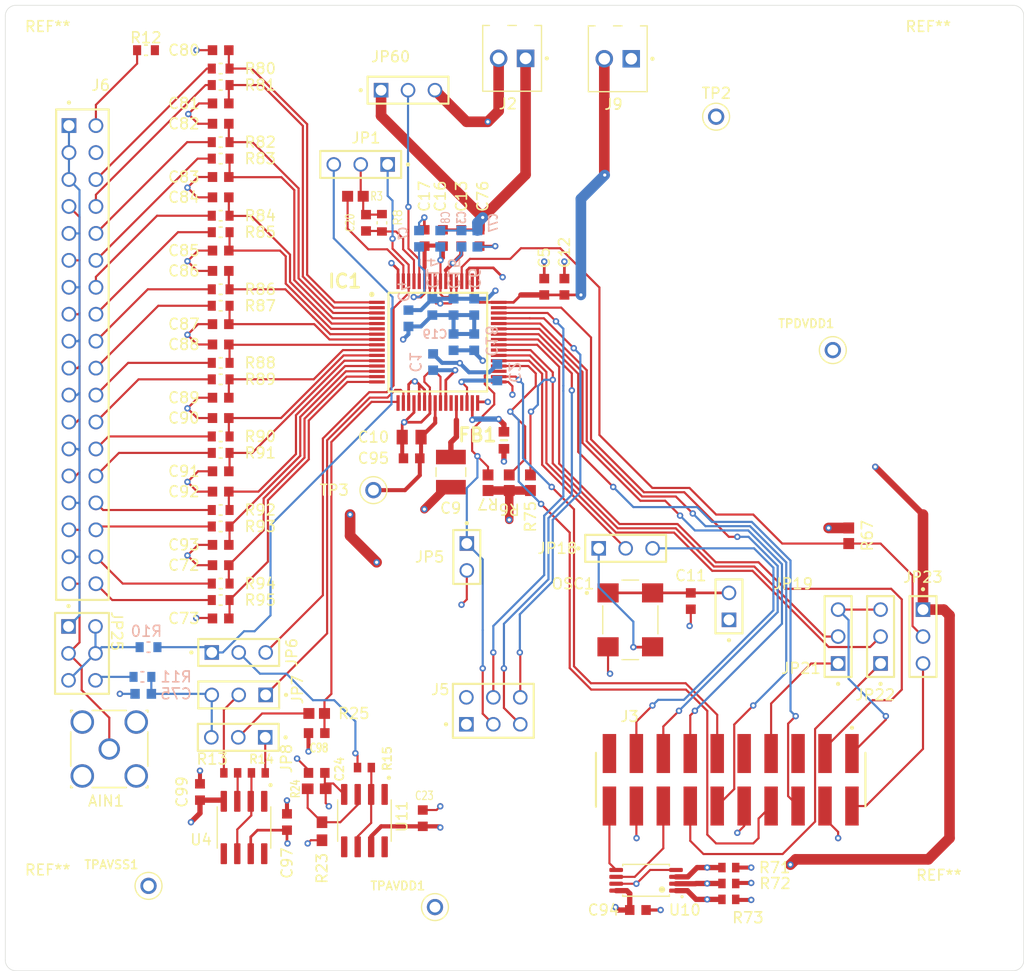
<source format=kicad_pcb>
(kicad_pcb (version 20240108) (generator "pcbnew") (generator_version "8.0")
  (layers (0 "F.Cu" signal) (1 "In1.Cu" power "GNDA") (2 "In2.Cu" power "PWR") (31 "B.Cu" signal) (34 "B.Paste" user) (35 "F.Paste" user) (36 "B.SilkS" user "B.Silkscreen") (37 "F.SilkS" user "F.Silkscreen") (38 "B.Mask" user) (39 "F.Mask" user) (44 "Edge.Cuts" user))
  (net 0 "")
  (net 1 "11")
  (net 2 "AVSS")
  (net 3 "VCAP4")
  (net 4 "GNDA")
  (net 5 "VCAP2")
  (net 6 "VCAP3")
  (net 7 "AVDD")
  (net 8 "VCAP1")
  (net 9 "VREFP")
  (net 10 "Net-(OSC1-E{slash}D)")
  (net 11 "AIN1N")
  (net 12 "AIN1P")
  (net 13 "REF_ELEC")
  (net 14 "AIN8N")
  (net 15 "AIN8P")
  (net 16 "AIN7N")
  (net 17 "AIN7P")
  (net 18 "AIN6N")
  (net 19 "AIN6P")
  (net 20 "AIN5N")
  (net 21 "AIN5P")
  (net 22 "AIN4N")
  (net 23 "AIN4P")
  (net 24 "AIN3N")
  (net 25 "AIN3P")
  (net 26 "AIN2N")
  (net 27 "AIN2P")
  (net 28 "36")
  (net 29 "10")
  (net 30 "20")
  (net 31 "1")
  (net 32 "24")
  (net 33 "28")
  (net 34 "14")
  (net 35 "32")
  (net 36 "26")
  (net 37 "18")
  (net 38 "6")
  (net 39 "22")
  (net 40 "8")
  (net 41 "12")
  (net 42 "30")
  (net 43 "34")
  (net 44 "16")
  (net 45 "SRB2")
  (net 46 "{slash}PWDN")
  (net 47 "Net-(JP8-Pad02)")
  (net 48 "Net-(U4--IN)")
  (net 49 "EXT_CLK")
  (net 50 "CLK")
  (net 51 "Net-(OSC1-OUTPUT)")
  (net 52 "DVDD")
  (net 53 "Net-(JP25-Pad02)")
  (net 54 "Net-(JP25-Pad06)")
  (net 55 "{slash}RESET")
  (net 56 "BIAS_SHD")
  (net 57 "Net-(U4-+IN)")
  (net 58 "SRB1")
  (net 59 "SPI_CS")
  (net 60 "GPIO1")
  (net 61 "SPI_START")
  (net 62 "GPIO4")
  (net 63 "DAISY_IN")
  (net 64 "CLKSEL")
  (net 65 "GPIO3")
  (net 66 "GPIO2")
  (net 67 "SPI_DRDY")
  (net 68 "SPI_IN")
  (net 69 "SPI_OUT")
  (net 70 "Net-(JP8-Pad01)")
  (net 71 "Net-(JP7-Pad02)")
  (net 72 "GND")
  (net 73 "/SCL")
  (net 74 "/SDA")
  (net 76 "Net-(J3-Pad07)")
  (net 79 "Net-(J3-Pad02)")
  (net 80 "Net-(J3-Pad14)")
  (net 81 "Net-(J3-Pad01)")
  (net 82 "BIAS_ELEC")
  (net 83 "SPI_CLK")
  (net 84 "Net-(U11--IN)")
  (net 85 "Net-(U11-+IN)")
  (net 86 "BIASIN")
  (net 87 "BIASINV")
  (net 88 "BIASOUT")
  (net 89 "BIASREF")
  (net 90 "BIAS_DRV")
  (net 91 "Net-(JP6-Pad02)")
  (net 92 "Net-(J6-Pad02)")
  (footprint "5001:KEYSTONE_5001" (layer "F.Cu") (at 162 53.5)
    (property "Reference" "TP2")
    (property "Value" "5001" (hide yes))
  )
  (footprint "MountingHole:MountingHole_2.2mm_M2" (layer "F.Cu") (at 183 128)
    (property "Reference" "REF**")
    (property "Value" "MountingHole_2.2mm_M2" (hide yes))
  )
  (footprint "MountingHole:MountingHole_2.2mm_M2" (layer "F.Cu") (at 99 127.5)
    (property "Reference" "REF**")
    (property "Value" "MountingHole_2.2mm_M2" (hide yes))
  )
  (footprint "RC0603FR-074K99L:RESC1608X60N" (layer "F.Cu") (at 115.3 99.059694 180)
    (property "Reference" "R95")
    (property "Value" "4.99K" (hide yes))
  )
  (footprint "RC0603FR-074K99L:RESC1608X60N" (layer "F.Cu") (at 115.3 85.190278 180)
    (property "Reference" "R91")
    (property "Value" "4.99K" (hide yes))
  )
  (footprint "GRM188R71H472KA01D:CAPC1608X90N" (layer "F.Cu") (at 115.3 52.250415)
    (property "Reference" "C81")
    (property "Value" "4.7nF" (hide yes))
  )
  (footprint "RC0603FR-074K99L:RESC1608X60N" (layer "F.Cu") (at 115.3 90.572509 180)
    (property "Reference" "R92")
    (property "Value" "4.99K" (hide yes))
  )
  (footprint "GRM188R71H472KA01D:CAPC1608X90N" (layer "F.Cu") (at 115.3 74.969416 180)
    (property "Reference" "C88")
    (property "Value" "4.7nF" (hide yes))
  )
  (footprint "GRM188R71H472KA01D:CAPC1608X90N" (layer "F.Cu") (at 115.3 54.165292 180)
    (property "Reference" "C82")
    (property "Value" "4.7nF" (hide yes))
  )
  (footprint "RC0402JR-070RL:RESC1005X40" (layer "F.Cu") (at 163.1975 127.275 180)
    (property "Reference" "R73")
    (property "Value" "0" (hide yes))
  )
  (footprint "MountingHole:MountingHole_2.2mm_M2" (layer "F.Cu") (at 182 48)
    (property "Reference" "REF**")
    (property "Value" "MountingHole_2.2mm_M2" (hide yes))
  )
  (footprint "24AA256-I_ST:SOP8P65_300X640X120L60X24N" (layer "F.Cu") (at 155.3975 125.475 180)
    (property "Reference" "U10")
    (property "Value" "24AA256-I/ST" (hide yes))
  )
  (footprint "GRM188R61E105KA12D:CAPC1608X90N" (layer "F.Cu") (at 159.6125 99.155 -90)
    (property "Reference" "C11")
    (property "Value" "1uF" (hide yes))
  )
  (footprint "GRM188R71H472KA01D:CAPC1608X90N" (layer "F.Cu") (at 115.3 73.054539)
    (property "Reference" "C87")
    (property "Value" "4.7nF" (hide yes))
  )
  (footprint "TSW-102-07-T-S:SAMTEC_TSW-102-07-T-S" (layer "F.Cu") (at 163.2125 99.655 90)
    (property "Reference" "JP19")
    (property "Value" "TSW-102-07-T-S" (hide yes))
  )
  (footprint "132134:132134_AMP" (layer "F.Cu") (at 104.8 113.1)
    (property "Reference" "AIN1")
    (property "Value" "AIN1" (hide yes))
  )
  (footprint "TSW-103-07-T-S:SAMTEC_TSW-103-07-T-S" (layer "F.Cu") (at 173.5 102.5 90)
    (property "Reference" "JP21")
    (property "Value" "TSW-103-07-T-S" (hide yes))
  )
  (footprint "5000:KEYSTONE_5000" (layer "F.Cu") (at 173 75.5)
    (property "Reference" "TPDVDD1")
    (property "Value" "DVDD" (hide yes))
  )
  (footprint "GRM188R71H472KA01D:CAPC1608X90N" (layer "F.Cu") (at 115.3 88.838832 180)
    (property "Reference" "C92")
    (property "Value" "4.7nF" (hide yes))
  )
  (footprint "RC0603FR-074K99L:RESC1608X60N" (layer "F.Cu") (at 115.3 64.386154 180)
    (property "Reference" "R85")
    (property "Value" "4.99K" (hide yes))
  )
  (footprint "GRM188R71H104KA93D:CAPC1608X90N" (layer "F.Cu") (at 133.3 85.7 180)
    (property "Reference" "C95")
    (property "Value" "0.1uF" (hide yes))
  )
  (footprint "TSW-103-07-T-S:SAMTEC_TSW-103-07-T-S" (layer "F.Cu") (at 117 108 180)
    (property "Reference" "JP7")
    (property "Value" "TSW-103-07-T-S" (hide yes))
  )
  (footprint "OPA376AID:SOIC127P599X175-8N" (layer "F.Cu") (at 117.5 120.5 -90)
    (property "Reference" "U4")
    (property "Value" "OPA376" (hide yes))
  )
  (footprint "GRM188R61E105KA12D:CAPC1608X90N" (layer "F.Cu") (at 134.35 119.62 90)
    (property "Reference" "C23")
    (property "Value" "1uF" (hide yes))
  )
  (footprint "GRM188R71H472KA01D:CAPC1608X90N" (layer "F.Cu") (at 115.3 93.858663)
    (property "Reference" "C93")
    (property "Value" "4.7nF" (hide yes))
  )
  (footprint "RC0603FR-074K99L:RESC1608X60N" (layer "F.Cu") (at 115.3 83.637801 180)
    (property "Reference" "R90")
    (property "Value" "4.99K" (hide yes))
  )
  (footprint "GRM188R71H472KA01D:CAPC1608X90N" (layer "F.Cu") (at 115.3 95.77354 180)
    (property "Reference" "C72")
    (property "Value" "4.7nF" (hide yes))
  )
  (footprint "SSW-118-21-F-D:SAMTEC_SSW-118-21-F-D" (layer "F.Cu") (at 102.39 54.34 90)
    (property "Reference" "J6")
    (property "Value" "36PIN_IDC" (hide yes))
  )
  (footprint "5000:KEYSTONE_5000" (layer "F.Cu") (at 129.7 88.7)
    (property "Reference" "TP3")
    (property "Value" "5000" (hide yes))
  )
  (footprint "GRM188R61E105KA12D:CAPC1608X90N" (layer "F.Cu") (at 124.35 115.35 180)
    (property "Reference" "C24")
    (property "Value" "1uF" (hide yes))
  )
  (footprint "RC0603FR-0710KL:RESC1607X60N" (layer "F.Cu") (at 140.5 88 90)
    (property "Reference" "R7")
    (property "Value" "10K" (hide yes))
  )
  (footprint "GRM188R61E105KA12D:CAPC1608X90N" (layer "F.Cu") (at 113.35 117.15 90)
    (property "Reference" "C99")
    (property "Value" "1uF" (hide yes))
  )
  (footprint "RC0603JR-070RL:RESC1607X60N" (layer "F.Cu") (at 124.35 109.75 180)
    (property "Reference" "R25")
    (property "Value" "0" (hide yes))
  )
  (footprint "RC0603FR-074K99L:RESC1608X60N" (layer "F.Cu") (at 115.3 69.768385 180)
    (property "Reference" "R86")
    (property "Value" "4.99K" (hide yes))
  )
  (footprint "RC0603FR-074K99L:RESC1608X60N" (layer "F.Cu") (at 115.3 78.25557 180)
    (property "Reference" "R89")
    (property "Value" "4.99K" (hide yes))
  )
  (footprint "GRM188R71H472KA01D:CAPC1608X90N" (layer "F.Cu") (at 115.3 47.230584 180)
    (property "Reference" "C80")
    (property "Value" "4.7nF" (hide yes))
  )
  (footprint "TSW-103-07-T-S:SAMTEC_TSW-103-07-T-S" (layer "F.Cu") (at 132.96 51)
    (property "Reference" "JP60")
    (property "Value" "TSW-103-07-T-S" (hide yes))
  )
  (footprint "RC0603FR-074K99L:RESC1608X60N" (layer "F.Cu") (at 115.3 92.124986 180)
    (property "Reference" "R93")
    (property "Value" "4.99K" (hide yes))
  )
  (footprint "GRM188R71H104KA93D:CAPC1608X90N" (layer "F.Cu") (at 154.6275 128.275)
    (property "Reference" "C94")
    (property "Value" "0.1uF" (hide yes))
  )
  (footprint "RC0603FR-074K99L:RESC1608X60N" (layer "F.Cu") (at 115.3 57.451446 180)
    (property "Reference" "R83")
    (property "Value" "4.99K" (hide yes))
  )
  (footprint "RC0603FR-074K99L:RESC1608X60N" (layer "F.Cu") (at 115.3 97.507217 180)
    (property "Reference" "R94")
    (property "Value" "4.99K" (hide yes))
  )
  (footprint "RC0402JR-070RL:RESC1005X40" (layer "F.Cu") (at 163.1975 125.775 180)
    (property "Reference" "R72")
    (property "Value" "0" (hide yes))
  )
  (footprint "RC0402JR-070RL:RESC1005X40" (layer "F.Cu") (at 128.85 114.85 180)
    (property "Reference" "R15")
    (property "Value" "0" (hide yes))
  )
  (footprint "GRM219R61A106KE44D:CAPC2012X95N" (layer "F.Cu") (at 133.3 83.7 180)
    (property "Reference" "C10")
    (property "Value" "10uF" (hide yes))
  )
  (footprint "5000:KEYSTONE_5000" (layer "F.Cu") (at 135.5 128)
    (property "Reference" "TPAVDD1")
    (property "Value" "AVDD" (hide yes))
  )
  (footprint "RC0603JR-070RL:RESC1607X60N" (layer "F.Cu") (at 128 61 180)
    (property "Reference" "R3")
    (property "Value" "0" (hide yes))
  )
  (footprint "1725656:PHOENIX_1725656" (layer "F.Cu") (at 155.5 44.94 180)
    (property "Reference" "J9")
    (property "Value" "1725656" (hide yes))
  )
  (footprint "GRM188R71H103KA01D:CAPC1608X90N" (layer "F.Cu") (at 129 63.5 90)
    (property "Reference" "C20")
    (property "Value" "0.01uF" (hide yes))
  )
  (footprint "RC0603FR-074K99L:RESC1608X60N" (layer "F.Cu") (at 115.3 62.833677 180)
    (property "Reference" "R84")
    (property "Value" "4.99K" (hide yes))
  )
  (footprint "GRM188R61E105KA12D:CAPC1608X90N" (layer "F.Cu") (at 139.7 64.93 -90)
    (property "Reference" "C76")
    (property "Value" "1uF" (hide yes))
  )
  (footprint "ADS1299-4PAGR:QFP50P1200X1200X120-64N" (layer "F.Cu") (at 135.77 74.75)
    (property "Reference" "IC1")
    (property "Value" "ADS1299-4PAGR" (hide yes))
  )
  (footprint "RC0603JR-072ML:0603" (layer "F.Cu") (at 124.35 116.85 180)
    (property "Reference" "R24")
    (property "Value" "2.0M" (hide yes))
  )
  (footprint "OPA376AID:SOIC127P599X175-8N" (layer "F.Cu") (at 128.85 119.85 -90)
    (property "Reference" "U11")
    (property "Value" "OPA376AID" (hide yes))
  )
  (footprint "GRM188R71H472KA01D:CAPC1608X90N" (layer "F.Cu") (at 115.3 81.904124 180)
    (property "Reference" "C90")
    (property "Value" "4.7nF" (hide yes))
  )
  (footprint "GRM188R71H472KA01D:CAPC1608X90N" (layer "F.Cu") (at 115.3 86.923955)
    (property "Reference" "C91")
    (property "Value" "4.7nF" (hide yes))
  )
  (footprint "RC0603FR-074K99L:RESC1608X60N" (layer "F.Cu") (at 115.3 71.320862 180)
    (property "Reference" "R87")
    (property "Value" "4.99K" (hide yes))
  )
  (footprint "FXO-HC735:XTAL_FXO-HC735-8" (layer "F.Cu") (at 153.9125 100.925 -90)
    (property "Reference" "OSC1")
    (property "Value" "HC735-2.048MHZ" (hide yes))
  )
  (footprint "TSW-103-07-T-S:SAMTEC_TSW-103-07-T-S" (layer "F.Cu") (at 116.96 112 180)
    (property "Reference" "JP8")
    (property "Value" "TSW-103-07-T-S" (hide yes))
  )
  (footprint "FCM_1608KF-601T03:BEADC1608X95N" (layer "F.Cu") (at 142 84 90)
    (property "Reference" "FB1")
    (property "Value" "FCM_1608KF-601T03" (hide yes))
  )
  (footprint "TSW-103-07-T-D:SAMTEC_TSW-103-07-T-D" (layer "F.Cu") (at 102.23 104.0875 -90)
    (property "Reference" "JP25")
    (property "Value" "TSW-103-07-T-D" (hide yes))
  )
  (footprint "TSW-103-07-T-S:SAMTEC_TSW-103-07-T-S" (layer "F.Cu") (at 117 104)
    (property "Reference" "JP6")
    (property "Value" "TSW-103-07-T-S" (hide yes))
  )
  (footprint "RC0603FR-074K99L:RESC1608X60N" (layer "F.Cu") (at 108.2618 47.230584)
    (property "Reference" "R12")
    (property "Value" "4.99K" (hide yes))
  )
  (footprint "GRM188R71H472KA01D:CAPC1608X90N" (layer "F.Cu") (at 115.3 66.119831)
    (property "Reference" "C85")
    (property "Value" "4.7nF" (hide yes))
  )
  (footprint "GRM188R71H472KA01D:CAPC1608X90N" (layer "F.Cu") (at 115.3 100.793394)
    (property "Reference" "C73")
    (property "Value" "4.7nF" (hide yes))
  )
  (footprint "TSM-110-01-T-DV-P-TR:SAMTEC_TSM-110-01-T-DV-P-TR" (layer "F.Cu") (at 163.3732 116)
    (property "Reference" "J3")
    (property "Value" "TSM-110-01-T-DV-P-TR" (hide yes))
  )
  (footprint "GRM188R61E105KA12D:CAPC1608X90N" (layer "F.Cu") (at 134.52 64.93 90)
    (property "Reference" "C17")
    (property "Value" "1uF" (hide yes))
  )
  (footprint "RC0402JR-070RL:RESC1005X40" (layer "F.Cu") (at 118.85 115.35 180)
    (property "Reference" "R14")
    (property "Value" "0" (hide yes))
  )
  (footprint "RC0603FR-0710KL:RESC1607X60N" (layer "F.Cu") (at 144.5 88 90)
    (property "Reference" "R75")
    (property "Value" "10K" (hide yes))
  )
  (footprint "TSW-103-07-T-S:SAMTEC_TSW-103-07-T-S" (layer "F.Cu") (at 128.5 58 180)
    (property "Reference" "JP1")
    (property "Value" "TSW-103-07-T-S" (hide yes))
  )
  (footprint "GRM188R71H472KA01D:CAPC1608X90N" (layer "F.Cu") (at 115.3 59.185123)
    (property "Reference" "C83")
    (property "Value" "4.7nF" (hide yes))
  )
  (footprint "RC0402JR-070RL:RESC1005X40" (layer "F.Cu") (at 116.25 115.35 180)
    (property "Reference" "R13")
    (property "Value" "0" (hide yes))
  )
  (footprint "RC0603FR-0710KL:RESC1607X60N" (layer "F.Cu") (at 142.5 88 90)
    (property "Reference" "R6")
    (property "Value" "10K" (hide yes))
  )
  (footprint "1725656:PHOENIX_1725656" (layer "F.Cu") (at 145.54 44.9 180)
    (property "Reference" "J2")
    (property "Value" "1725656" (hide yes))
  )
  (footprint "GRM188R71H472KA01D:CAPC1608X90N" (layer "F.Cu") (at 115.3 79.989247)
    (property "Reference" "C89")
    (property "Value" "4.7nF" (hide yes))
  )
  (footprint "TSW-102-07-T-S:SAMTEC_TSW-102-07-T-S" (layer "F.Cu") (at 138.5 95 -90)
    (property "Reference" "JP5")
    (property "Value" "TSW-102-07-T-S" (hide yes))
  )
  (footprint "RC0603FR-074K99L:RESC1608X60N" (layer "F.Cu") (at 115.3 55.898969 180)
    (property "Reference" "R82")
    (property "Value" "4.99K" (hide yes))
  )
  (footprint "5000:KEYSTONE_5000" (layer "F.Cu") (at 108.5 126)
    (property "Reference" "TPAVSS1")
    (property "Value" "AVSS" (hide yes))
  )
  (footprint "RC0603FR-074K99L:RESC1608X60N" (layer "F.Cu") (at 115.3 48.964261 180)
    (property "Reference" "R80")
    (property "Value" "4.99K" (hide yes))
  )
  (footprint "GRM188R71H472KA01D:CAPC1608X90N" (layer "F.Cu") (at 115.3 68.034708 180)
    (property "Reference" "C86")
    (property "Value" "4.7nF" (hide yes))
  )
  (footprint "GRM188R61E105KA12D:CAPC1608X90N" (layer "F.Cu") (at 145.8 69.53 90)
    (property "Reference" "C5")
    (property "Value" "1uF" (hide yes))
  )
  (footprint "TSW-103-07-T-D:SAMTEC_TSW-103-07-T-D" (layer "F.Cu") (at 141 109.5)
    (property "Reference" "J5")
    (property "Value" "TSW-103-07-T-D" (hide yes))
  )
  (footprint "RC0603JR-072ML:0603" (layer "F.Cu") (at 124.85 120.85 -90)
    (property "Reference" "R23")
    (property "Value" "2.0M" (hide yes))
  )
  (footprint "RC0402JR-070RL:RESC1005X40" (layer "F.Cu") (at 163.1975 124.275 180)
    (property "Reference" "R71")
    (property "Value" "0" (hide yes))
  )
  (footprint "GRM188R71H104KA93D:CAPC1608X90N" (layer "F.Cu") (at 136.246666 64.93 90)
    (property "Reference" "C16")
    (property "Value" "0.1uF" (hide yes))
  )
  (footprint "TSW-103-07-T-S:SAMTEC_TSW-103-07-T-S" (layer "F.Cu") (at 181.5 102.5 -90)
    (property "Reference" "JP23")
    (property "Value" "TSW-103-07-T-S" (hide yes))
  )
  (footprint "GRM188R71H103KA01D:CAPC1608X90N" (layer "F.Cu") (at 124.35 111.6 180)
    (property "Reference" "C98")
    (property "Value" "0.01uF" (hide yes))
  )
  (footprint "GRM188R71H472KA01D:CAPC1608X90N" (layer "F.Cu") (at 115.3 61.1 180)
    (property "Reference" "C84")
    (property "Value" "4.7nF" (hide yes))
  )
  (footprint "TSW-103-07-T-S:SAMTEC_TSW-103-07-T-S" (layer "F.Cu") (at 153.4725 94.185)
    (property "Reference" "JP18")
    (property "Value" "TSW-103-07-T-S" (hide yes))
  )
  (footprint "MountingHole:MountingHole_2.2mm_M2" (layer "F.Cu") (at 99 48)
    (property "Reference" "REF**")
    (property "Value" "MountingHole_2.2mm_M2" (hide yes))
  )
  (footprint "LMK325BJ107MM_T:CAPC3225X280N" (layer "F.Cu") (at 137 87 -90)
    (property "Reference" "C9")
    (property "Value" "100uF" (hide yes))
  )
  (footprint "RC0603FR-074K99L:RESC1608X60N" (layer "F.Cu") (at 115.3 50.516738 180)
    (property "Reference" "R81")
    (property "Value" "4.99K" (hide yes))
  )
  (footprint "GRM188R61E105KA12D:CAPC1608X90N" (layer "F.Cu") (at 121.55 119.98 90)
    (property "Reference" "C97")
    (property "Value" "1uF" (hide yes))
  )
  (footprint "GRM188R71H104KA93D:CAPC1608X90N" (layer "F.Cu") (at 137.973332 64.93 90)
    (property "Reference" "C13")
    (property "Value" "0.1uF" (hide yes))
  )
  (footprint "RC0603FR-07392KL:RESC1608X55N" (layer "F.Cu") (at 130.5 63.5 90)
    (property "Reference" "R8")
    (property "Value" "392K" (hide yes))
  )
  (footprint "RC0603FR-0710KL:RESC1607X60N" (layer "F.Cu") (at 174.5 93 -90)
    (property "Reference" "R67")
    (property "Value" "10K" (hide yes))
  )
  (footprint "RC0603FR-074K99L:RESC1608X60N" (layer "F.Cu") (at 115.3 76.703093 180)
    (property "Reference" "R88")
    (property "Value" "4.99K" (hide yes))
  )
  (footprint "TSW-103-07-T-S:SAMTEC_TSW-103-07-T-S" (layer "F.Cu") (at 177.5 102.5 90)
    (property "Reference" "JP22")
    (property "Value" "TSW-103-07-T-S" (hide yes))
  )
  (footprint "GRM188R71H104KA93D:CAPC1608X90N" (layer "F.Cu") (at 147.7 69.53 90)
    (property "Reference" "C12")
    (property "Value" "0.1uF" (hide yes))
  )
  (footprint "GRM188R71H472KA01D:CAPC1608X90N" (layer "B.Cu") (at 108 107.9 180)
    (property "Reference" "C75")
    (property "Value" "4.7nF" (hide yes))
  )
  (footprint "GRM188R61E105KA12D:CAPC1608X90N" (layer "B.Cu") (at 136 65 90)
    (property "Reference" "C8")
    (property "Value" "1uF" (hide yes))
  )
  (footprint "GRM188R61E105KA12D:CAPC1608X90N" (layer "B.Cu") (at 135.325 76.625 90)
    (property "Reference" "C1")
    (property "Value" "1uF" (hide yes))
  )
  (footprint "GRM188R71H104KA93D:CAPC1608X90N" (layer "B.Cu") (at 135.25 71.43 90)
    (property "Reference" "C14")
    (property "Value" "0.1uF" (hide yes))
  )
  (footprint "GRM188R61E105KA12D:CAPC1608X90N" (layer "B.Cu") (at 139.5 65 -90)
    (property "Reference" "C77")
    (property "Value" "1uF" (hide yes))
  )
  (footprint "GRM188R61E105KA12D:CAPC1608X90N" (layer "B.Cu") (at 141.375 77.6 90)
    (property "Reference" "C2")
    (property "Value" "1uF" (hide yes))
  )
  (footprint "GRM188R61E105KA12D:CAPC1608X90N" (layer "B.Cu") (at 138 65 90)
    (property "Reference" "C3")
    (property "Value" "1uF")
  )
  (footprint "GRM188R71H104KA93D:CAPC1608X90N" (layer "B.Cu") (at 137.25 74.75 -90)
    (property "Reference" "C19")
    (property "Value" "0.1uF" (hide yes))
  )
  (footprint "GRM188R71H104KA93D:CAPC1608X90N" (layer "B.Cu") (at 139.2 74.75 -90)
    (property "Reference" "C18")
    (property "Value" "0.1uF" (hide yes))
  )
  (footprint "RC0603FR-074K99L:RESC1608X60N" (layer "B.Cu") (at 108.5 103.5)
    (property "Reference" "R10")
    (property "Value" "4.99K" (hide yes))
  )
  (footprint "GRM188R71H104KA93D:CAPC1608X90N" (layer "B.Cu") (at 137.25 71.43 90)
    (property "Reference" "C15")
    (property "Value" "0.1uF" (hide yes))
  )
  (footprint "RC0603FR-074K99L:RESC1608X60N" (layer "B.Cu") (at 107.925 106.3)
    (property "Reference" "R11")
    (property "Value" "4.99K" (hide yes))
  )
  (footprint "GRM188R61E105KA12D:CAPC1608X90N" (layer "B.Cu") (at 133 72.5 90)
    (property "Reference" "C4")
    (property "Value" "1uF" (hide yes))
  )
  (footprint "GRM188R61E105KA12D:CAPC1608X90N" (layer "B.Cu") (at 139.2 71.43 90)
    (property "Reference" "C6")
    (property "Value" "1uF" (hide yes))
  )
  (footprint "GRM188R61E105KA12D:CAPC1608X90N" (layer "B.Cu") (at 134 65 90)
    (property "Reference" "C7")
    (property "Value" "1uF" (hide yes))
  )
  (gr_line (start 191 44) (end 191 133) (stroke (width 0.05)) (layer "Edge.Cuts"))
  (gr_arc (start 96 134) (mid 95.292893 133.707107) (end 95 133) (stroke (width 0.05)) (layer "Edge.Cuts"))
  (gr_line (start 96 43) (end 190 43) (stroke (width 0.05)) (layer "Edge.Cuts"))
  (gr_arc (start 191 133) (mid 190.707107 133.707107) (end 190 134) (stroke (width 0.05)) (layer "Edge.Cuts"))
  (gr_arc (start 95 44) (mid 95.292893 43.292893) (end 96 43) (stroke (width 0.05)) (layer "Edge.Cuts"))
  (gr_arc (start 190 43) (mid 190.707107 43.292893) (end 191 44) (stroke (width 0.05)) (layer "Edge.Cuts"))
  (gr_line (start 95 133) (end 95 44) (stroke (width 0.05)) (layer "Edge.Cuts"))
  (gr_line (start 190 134) (end 96 134) (stroke (width 0.05)) (layer "Edge.Cuts"))
  (segment (start 101.9966 67) (end 101.9966 62.9566) (width 0.2032) (layer "F.Cu") (net 1))
  (segment (start 102.2 107.55) (end 104.8 110.15) (width 0.2032) (layer "F.Cu") (net 1))
  (segment (start 101.9966 62.9566) (end 101 61.96) (width 0.2032) (layer "F.Cu") (net 1))
  (segment (start 101 97.52) (end 101.9766 97.52) (width 0.2) (layer "F.Cu") (net 1))
  (segment (start 101.9766 97.52) (end 101.9966 97.5) (width 0.2) (layer "F.Cu") (net 1))
  (segment (start 101 72.12) (end 101.8766 72.12) (width 0.2) (layer "F.Cu") (net 1))
  (segment (start 101.9966 97.5) (end 101.9966 92.5) (width 0.2032) (layer "F.Cu") (net 1))
  (segment (start 101 87.36) (end 101.6366 87.36) (width 0.2) (layer "F.Cu") (net 1))
  (segment (start 101.7166 82.28) (end 101.9966 82) (width 0.2) (layer "F.Cu") (net 1))
  (segment (start 101 67.04) (end 101.9566 67.04) (width 0.2) (layer "F.Cu") (net 1))
  (segment (start 101.9966 103.0509) (end 101.9966 97.5) (width 0.2032) (layer "F.Cu") (net 1))
  (segment (start 101.9966 77) (end 101.9966 72) (width 0.2032) (layer "F.Cu") (net 1))
  (segment (start 101.9966 92.5) (end 101.9966 87) (width 0.2032) (layer "F.Cu") (net 1))
  (segment (start 104.8 110.15) (end 104.8 113.1) (width 0.2032) (layer "F.Cu") (net 1))
  (segment (start 100.96 104.0875) (end 101.9966 103.0509) (width 0.2032) (layer "F.Cu") (net 1))
  (segment (start 101.9566 67.04) (end 101.9966 67) (width 0.2) (layer "F.Cu") (net 1))
  (segment (start 101.6366 87.36) (end 101.9966 87) (width 0.2) (layer "F.Cu") (net 1))
  (segment (start 100.96 104.0875) (end 102.2 105.3275) (width 0.2032) (layer "F.Cu") (net 1))
  (segment (start 101.9366 92.44) (end 101.9966 92.5) (width 0.2) (layer "F.Cu") (net 1))
  (segment (start 101.9966 72) (end 101.9966 67) (width 0.2032) (layer "F.Cu") (net 1))
  (segment (start 101 82.28) (end 101.7166 82.28) (width 0.2) (layer "F.Cu") (net 1))
  (segment (start 101.7966 77.2) (end 101.9966 77) (width 0.2) (layer "F.Cu") (net 1))
  (segment (start 101 77.2) (end 101.7966 77.2) (width 0.2) (layer "F.Cu") (net 1))
  (segment (start 101.8766 72.12) (end 101.9966 72) (width 0.2) (layer "F.Cu") (net 1))
  (segment (start 101.9966 87) (end 101.9966 82) (width 0.2032) (layer "F.Cu") (net 1))
  (segment (start 102.2 105.3275) (end 102.2 107.55) (width 0.2032) (layer "F.Cu") (net 1))
  (segment (start 101.9966 82) (end 101.9966 77) (width 0.2032) (layer "F.Cu") (net 1))
  (segment (start 101 92.44) (end 101.9366 92.44) (width 0.2) (layer "F.Cu") (net 1))
  (segment (start 136.2 71.1) (end 136.05 70.95) (width 0.2032) (layer "F.Cu") (net 2))
  (segment (start 136.05 71.05) (end 136 71.1) (width 0.2032) (layer "F.Cu") (net 2))
  (segment (start 136.720771 71.1) (end 137 71.1) (width 0.2032) (layer "F.Cu") (net 2))
  (segment (start 136.720771 71.1) (end 136.2 71.1) (width 0.2032) (layer "F.Cu") (net 2))
  (segment (start 135.02 80.38) (end 135.02 81.48) (width 0.254) (layer "F.Cu") (net 2))
  (segment (start 132.412 85.582) (end 132.53 85.7) (width 0.381) (layer "F.Cu") (net 2))
  (segment (start 139.52 80.38) (end 140.48 80.38) (width 0.254) (layer "F.Cu") (net 2))
  (segment (start 135.6 71.1) (end 136 71.1) (width 0.2032) (layer "F.Cu") (net 2))
  (segment (start 135 77.5) (end 135.5 77.5) (width 0.2) (layer "F.Cu") (net 2))
  (segment (start 135.02 69.12) (end 135.02 70.52) (width 0.2032) (layer "F.Cu") (net 2))
  (segment (start 135.02 80.488) (end 135.02 79.02) (width 0.2) (layer "F.Cu") (net 2))
  (segment (start 136.58 88.42) (end 134.5 90.5) (width 0.8) (layer "F.Cu") (net 2))
  (segment (start 135.5 77.5) (end 136.02 78.02) (width 0.2) (layer "F.Cu") (net 2))
  (segment (start 125.2 118.2) (end 125.5 118.5) (width 0.2) (layer "F.Cu") (net 2))
  (segment (start 136.05 70.95) (end 135.52 70.42) (width 0.2032) (layer "F.Cu") (net 2))
  (segment (start 130.42 53.42) (end 130.42 51) (width 1) (layer "F.Cu") (net 2))
  (segment (start 135.52 70.42) (end 135.52 69.12) (width 0.2032) (layer "F.Cu") (net 2))
  (segment (start 139.7 63.3) (end 140 63) (width 1) (layer "F.Cu") (net 2))
  (segment (start 132.412 83.7) (end 132.412 85.582) (width 0.381) (layer "F.Cu") (net 2))
  (segment (start 137.52 70.58) (end 137.52 69.12) (width 0.2032) (layer "F.Cu") (net 2))
  (segment (start 132.412 82.488) (end 132.412 83.7) (width 0.254) (layer "F.Cu") (net 2))
  (segment (start 125.12 115.35) (end 125.12 116.35) (width 0.2) (layer "F.Cu") (net 2))
  (segment (start 140 63) (end 130.42 53.42) (width 1) (layer "F.Cu") (net 2))
  (segment (start 136 71.1) (end 136.720771 71.1) (width 0.2032) (layer "F.Cu") (net 2))
  (segment (start 113.35 119.15) (end 112.5 120) (width 0.5) (layer "F.Cu") (net 2))
  (segment (start 137.05 71.05) (end 137.52 70.58) (width 0.2032) (layer "F.Cu") (net 2))
  (segment (start 136.02 78.02) (end 136.02 80.488) (width 0.2) (layer "F.Cu") (net 2))
  (segment (start 135.02 70.52) (end 135.6 71.1) (width 0.2032) (layer "F.Cu") (net 2))
  (segment (start 137 88.42) (end 136.58 88.42) (width 0.8) (layer "F.Cu") (net 2))
  (segment (start 140 63) (end 144.04 58.96) (width 1) (layer "F.Cu") (net 2))
  (segment (start 115.485 117.92) (end 115.595 118.03) (width 0.5) (layer "F.Cu") (net 2))
  (segment (start 134.5 78) (end 135 77.5) (width 0.2) (layer "F.Cu") (net 2))
  (segment (start 135.02 81.48) (end 134.2 82.3) (width 0.254) (layer "F.Cu") (net 2))
  (segment (start 144.04 58.96) (end 144.04 48) (width 1) (layer "F.Cu") (net 2))
  (segment (start 132.6 82.3) (end 132.412 82.488) (width 0.254) (layer "F.Cu") (net 2))
  (segment (start 113.35 119.15) (end 113.35 117.92) (width 0.5) (layer "F.Cu") (net 2))
  (segment (start 125.12 116.35) (end 125.12 116.77) (width 0.2) (layer "F.Cu") (net 2))
  (segment (start 125.2 116.85) (end 125.2 118.2) (width 0.2) (layer "F.Cu") (net 2))
  (segment (start 136.05 70.95) (end 136.05 71.05) (width 0.2032) (layer "F.Cu") (net 2))
  (segment (start 125.12 116.77) (end 125.2 116.85) (width 0.2) (layer "F.Cu") (net 2))
  (segment (start 125.915 116.35) (end 125.12 116.35) (width 0.2) (layer "F.Cu") (net 2))
  (segment (start 133.52 80.38) (end 133.52 81.38) (width 0.254) (layer "F.Cu") (net 2))
  (segment (start 134.5 78.5) (end 134.5 78) (width 0.2) (layer "F.Cu") (net 2))
  (segment (start 135.02 79.02) (end 134.5 78.5) (width 0.2) (layer "F.Cu") (net 2))
  (segment (start 126.945 117.38) (end 125.915 116.35) (width 0.2) (layer "F.Cu") (net 2))
  (segment (start 136.246666 64.16) (end 139.7 64.16) (width 0.254) (layer "F.Cu") (net 2))
  (segment (start 134.2 82.3) (end 132.6 82.3) (width 0.254) (layer "F.Cu") (net 2))
  (segment (start 113.35 117.92) (end 115.485 117.92) (width 0.5) (layer "F.Cu") (net 2))
  (segment (start 133.52 81.38) (end 132.6 82.3) (width 0.254) (layer "F.Cu") (net 2))
  (segment (start 137 71.1) (end 137.05 71.05) (width 0.2032) (layer "F.Cu") (net 2))
  (segment (start 139.7 64.16) (end 139.7 63.3) (width 1) (layer "F.Cu") (net 2))
  (via (at 136 71.1) (size 0.6) (drill 0.3) (layers "F.Cu" "B.Cu") (net 2))
  (via (at 134.5 90.5) (size 0.6) (drill 0.3) (layers "F.Cu" "B.Cu") (net 2))
  (via (at 140 63) (size 0.6) (drill 0.3) (layers "F.Cu" "B.Cu") (net 2))
  (via (at 125.5 118.5) (size 0.6) (drill 0.3) (layers "F.Cu" "B.Cu") (net 2))
  (via (at 132.6 82.3) (size 0.6) (drill 0.3) (layers "F.Cu" "B.Cu") (net 2))
  (via (at 137.839899 76.726799) (size 0.6) (drill 0.3) (layers "F.Cu" "B.Cu") (net 2))
  (via (at 141.2 69.9) (size 0.6) (drill 0.3) (layers "F.Cu" "B.Cu") (net 2))
  (via (at 140.48 80.38) (size 0.6) (drill 0.3) (layers "F.Cu" "B.Cu") (net 2))
  (via (at 112.5 120) (size 0.6) (drill 0.3) (layers "F.Cu" "B.Cu") (net 2))
  (segment (start 135.56 70.66) (end 136 71.1) (width 0.381) (layer "B.Cu") (net 2))
  (segment (start 139.2 70.66) (end 140.44 70.66) (width 0.381) (layer "B.Cu") (net 2))
  (segment (start 135.25 70.66) (end 135.56 70.66) (width 0.381) (layer "B.Cu") (net 2))
  (segment (start 136 64.23) (end 138 64.23) (width 0.2) (layer "B.Cu") (net 2))
  (segment (start 137.839899 76.726799) (end 137.8176 76.7045) (width 0.381) (layer "B.Cu") (net 2))
  (segment (start 140.44 70.66) (end 141.2 69.9) (width 0.381) (layer "B.Cu") (net 2))
  (segment (start 139.5 64.23) (end 139.5 63.5) (width 1) (layer "B.Cu") (net 2))
  (segment (start 135.25 70.66) (end 134.18 71.73) (width 0.381) (layer "B.Cu") (net 2))
  (segment (start 139.5 63.5) (end 140 63) (width 1) (layer "B.Cu") (net 2))
  (segment (start 140.6145 77.5905) (end 141.375 76.83) (width 0.381) (layer "B.Cu") (net 2))
  (segment (start 136.1745 76.7045) (end 135.325 75.855) (width 0.381) (layer "B.Cu") (net 2))
  (segment (start 137.839899 76.726799) (end 138.7036 77.5905) (width 0.381) (layer "B.Cu") (net 2))
  (segment (start 134.18 71.73) (end 133 71.73) (width 0.381) (layer "B.Cu") (net 2))
  (segment (start 137.25 70.66) (end 139.2 70.66) (width 0.381) (layer "B.Cu") (net 2))
  (segment (start 137.8176 76.7045) (end 136.1745 76.7045) (width 0.381) (layer "B.Cu") (net 2))
  (segment (start 138.7036 77.5905) (end 140.6145 77.5905) (width 0.381) (layer "B.Cu") (net 2))
  (segment (start 138 64.23) (end 139.5 64.23) (width 0.2) (layer "B.Cu") (net 2))
  (segment (start 135.25 70.66) (end 137.25 70.66) (width 0.381) (layer "B.Cu") (net 2))
  (segment (start 136.52 78.33) (end 136.52 80.38) (width 0.254) (layer "F.Cu") (net 3))
  (segment (start 137.4 77.45) (end 136.52 78.33) (width 0.254) (layer "F.Cu") (net 3))
  (segment (start 137.4 77.395) (end 137.4 77.45) (width 0.254) (layer "F.Cu") (net 3))
  (via (at 137.4 77.395) (size 0.6) (drill 0.3) (layers "F.Cu" "B.Cu") (net 3))
  (segment (start 137.4 77.395) (end 135.325 77.395) (width 0.381) (layer "B.Cu") (net 3))
  (segment (start 113.085292 74.969416) (end 114.45 74.969416) (width 0.2032) (layer "F.Cu") (net 4))
  (segment (start 142.8 79.7) (end 142.8 78.9) (width 0.2032) (layer "F.Cu") (net 4))
  (segment (start 121.55 119.18) (end 121.55 117.95) (width 0.381) (layer "F.Cu") (net 4))
  (segment (start 139.5 67.75) (end 141 67.75) (width 0.254) (layer "F.Cu") (net 4))
  (segment (start 134.5 63) (end 134.5 64.14) (width 0.254) (layer "F.Cu") (net 4))
  (segment (start 113.085292 88.838832) (end 114.45 88.838832) (width 0.2032) (layer "F.Cu") (net 4))
  (segment (start 154.5 121.5) (end 154.4832 121.4832) (width 0.2) (layer "F.Cu") (net 4))
  (segment (start 122.5 114) (end 123.58 115.08) (width 0.2) (layer "F.Cu") (net 4))
  (segment (start 138.52 67.98) (end 138.75 67.75) (width 0.254) (layer "F.Cu") (net 4))
  (segment (start 164.6432 118.475) (end 164.6432 120.3568) (width 0.2) (layer "F.Cu") (net 4))
  (segment (start 113.085292 95.77354) (end 114.45 95.77354) (width 0.2032) (layer "F.Cu") (net 4))
  (segment (start 114.53 47.230584) (end 113.019416 47.230584) (width 0.2032) (layer "F.Cu") (net 4))
  (segment (start 159.6125 101.3875) (end 159.5 101.5) (width 0.2) (layer "F.Cu") (net 4))
  (segment (start 173.5 120.9168) (end 173.5 121.5) (width 0.2) (layer "F.Cu") (net 4))
  (segment (start 114.45 59.185123) (end 113.169585 59.185123) (width 0.2032) (layer "F.Cu") (net 4))
  (segment (start 164.6432 120.3568) (end 164 121) (width 0.2) (layer "F.Cu") (net 4))
  (segment (start 112.17 87.92354) (end 113.085292 88.838832) (width 0.2032) (layer "F.Cu") (net 4))
  (segment (start 114.45 79.989247) (end 113.169585 79.989247) (width 0.2032) (layer "F.Cu") (net 4))
  (segment (start 138.75 67.75) (end 139.5 67.75) (width 0.254) (layer "F.Cu") (net 4))
  (segment (start 134.5 64.14) (end 134.52 64.16) (width 0.254) (layer "F.Cu") (net 4))
  (segment (start 113.35 116.38) (end 113.35 115.15) (width 0.381) (layer "F.Cu") (net 4))
  (segment (start 112.25 53.25) (end 113.165292 54.165292) (width 0.2032) (layer "F.Cu") (net 4))
  (segment (start 114.53 68.034708) (end 113.085292 68.034708) (width 0.2) (layer "F.Cu") (net 4))
  (segment (start 114.45 93.858663) (end 113.169585 93.858663) (width 0.2032) (layer "F.Cu") (net 4))
  (segment (start 159.6125 99.925) (end 159.6125 101.3875) (width 0.2) (layer "F.Cu") (net 4))
  (segment (start 112.17 60.184708) (end 113.085292 61.1) (width 0.2032) (layer "F.Cu") (net 4))
  (segment (start 172.2632 118.475) (end 172.2632 119.68) (width 0.2) (layer "F.Cu") (net 4))
  (segment (start 113.165292 54.165292) (end 114.53 54.165292) (width 0.2032) (layer "F.Cu") (net 4))
  (segment (start 142.8 78.9) (end 142.4 78.5) (width 0.2032) (layer "F.Cu") (net 4))
  (segment (start 132.02 69.12) (end 132.02 67.92) (width 0.254) (layer "F.Cu") (net 4))
  (segment (start 138.5 99) (end 138 99.5) (width 0.2) (layer "F.Cu") (net 4))
  (segment (start 138.52 69.12) (end 138.52 67.98) (width 0.254) (layer "F.Cu") (net 4))
  (segment (start 154.4832 121.4832) (end 154.4832 118.475) (width 0.2) (layer "F.Cu") (net 4))
  (segment (start 112.17 94.858248) (end 113.085292 95.77354) (width 0.2032) (layer "F.Cu") (net 4))
  (segment (start 113.085292 81.904124) (end 114.45 81.904124) (width 0.2032) (layer "F.Cu") (net 4))
  (segment (start 113.085292 61.1) (end 114.45 61.1) (width 0.2032) (layer "F.Cu") (net 4))
  (segment (start 113.169585 79.989247) (end 112.17 80.988832) (width 0.2032) (layer "F.Cu") (net 4))
  (segment (start 138.5 96.27) (end 138.5 99) (width 0.2) (layer "F.Cu") (net 4))
  (segment (start 135.65 118.85) (end 136 118.5) (width 0.2) (layer "F.Cu") (net 4))
  (segment (start 113.169585 66.119831) (end 112.17 67.119416) (width 0.2) (layer "F.Cu") (net 4))
  (segment (start 139.02 80.38) (end 139.02 82.08) (width 0.254) (layer "F.Cu") (net 4))
  (segment (start 145.8 68.76) (end 145.8 67.15) (width 0.254) (layer "F.Cu") (net 4))
  (segment (start 112.17 74.054124) (end 113.085292 74.969416) (width 0.2032) (layer "F.Cu") (net 4))
  (segment (start 114.505292 100.75) (end 112.994708 100.75) (width 0.2032) (layer "F.Cu") (net 4))
  (segment (start 172.2632 119.68) (end 173.5 120.9168) (width 0.2) (layer "F.Cu") (net 4))
  (segment (start 113.169585 73.054539) (end 112.17 74.054124) (width 0.2032) (layer "F.Cu") (net 4))
  (segment (start 139.7 65.7) (end 141.18 65.7) (width 0.254) (layer "F.Cu") (net 4))
  (segment (start 113.085292 68.034708) (end 112.17 67.119416) (width 0.2) (layer "F.Cu") (net 4))
  (segment (start 142 83.265) (end 142 82.5) (width 0.5) (layer "F.Cu") (net 4))
  (segment (start 114.45 86.923955) (end 113.169585 86.923955) (width 0.2032) (layer "F.Cu") (net 4))
  (segment (start 113.169585 93.858663) (end 112.17 94.858248) (width 0.2032) (layer "F.Cu") (net 4))
  (segment (start 114.53 52.250415) (end 113.249585 52.250415) (width 0.2032) (layer "F.Cu") (net 4))
  (segment (start 139.52 69.12) (end 139.52 67.77) (width 0.254) (layer "F.Cu") (net 4))
  (segment (start 123.58 115.08) (end 123.58 115.35) (width 0.2) (layer "F.Cu") (net 4))
  (segment (start 141 67.75) (end 141.875 68.625) (width 0.254) (layer "F.Cu") (net 4))
  (segment (start 114.45 73.054539) (end 113.169585 73.054539) (width 0.2032) (layer "F.Cu") (net 4))
  (segment (start 135.65 118.85) (end 134.35 118.85) (width 0.2) (layer "F.Cu") (net 4))
  (segment (start 151.8125 105.8125) (end 152 106) (width 0.2) (layer "F.Cu") (net 4))
  (segment (start 112.17 80.988832) (end 113.085292 81.904124) (width 0.2032) (layer "F.Cu") (net 4))
  (segment (start 142 82.5) (end 141.5 82) (width 0.5) (layer "F.Cu") (net 4))
  (segment (start 113.169585 59.185123) (end 112.17 60.184708) (width 0.2032) (layer "F.Cu") (net 4))
  (segment (start 132.02 67.92) (end 131.4 67.3) (width 0.254) (layer "F.Cu") (net 4))
  (segment (start 113.169585 86.923955) (end 112.17 87.92354) (width 0.2032) (layer "F.Cu") (net 4))
  (segment (start 151.8125 103.465) (end 151.8125 105.8125) (width 0.2) (layer "F.Cu") (net 4))
  (segment (start 113.249585 52.250415) (end 112.25 53.25) (width 0.2032) (layer "F.Cu") (net 4))
  (segment (start 114.53 66.119831) (end 113.169585 66.119831) (width 0.2) (layer "F.Cu") (net 4))
  (segment (start 147.7 68.76) (end 147.7 67.15) (width 0.254) (layer "F.Cu") (net 4))
  (segment (start 142.4 78.5) (end 141.4 78.5) (width 0.2032) (layer "F.Cu") (net 4))
  (segment (start 123.58 111.6) (end 123.58 113.33) (width 0.381) (layer "F.Cu") (net 4))
  (segment (start 139.52 67.77) (end 139.5 67.75) (width 0.254) (layer "F.Cu") (net 4))
  (via (at 121.55 117.95) (size 0.6) (drill 0.3) (layers "F.Cu" "B.Cu") (net 4))
  (via (at 131.4 67.3) (size 0.6) (drill 0.3) (layers "F.Cu" "B.Cu") (net 4))
  (via (at 164 121) (size 0.6) (drill 0.3) (layers "F.Cu" "B.Cu") (net 4))
  (via (at 134.5 63) (size 0.6) (drill 0.3) (layers "F.Cu" "B.Cu") (net 4))
  (via (at 112.17 60.184708) (size 0.6) (drill 0.3) (layers "F.Cu" "B.Cu") (net 4))
  (via (at 141.5 82) (size 0.6) (drill 0.3) (layers "F.Cu" "B.Cu") (net 4))
  (via (at 112.17 67.119416) (size 0.6) (drill 0.3) (layers "F.Cu" "B.Cu") (net 4))
  (via (at 147.7 67.15) (size 0.6) (drill 0.3) (layers "F.Cu" "B.Cu") (net 4))
  (via (at 152 106) (size 0.6) (drill 0.3) (layers "F.Cu" "B.Cu") (net 4))
  (via (at 112.17 94.858248) (size 0.6) (drill 0.3) (layers "F.Cu" "B.Cu") (net 4))
  (via (at 113.019416 47.230584) (size 0.6) (drill 0.3) (layers "F.Cu" "B.Cu") (net 4))
  (via (at 142.8 79.7) (size 0.6) (drill 0.3) (layers "F.Cu" "B.Cu") (net 4))
  (via (at 138 99.5) (size 0.6) (drill 0.3) (layers "F.Cu" "B.Cu") (net 4))
  (via (at 112.17 74.054124) (size 0.6) (drill 0.3) (layers "F.Cu" "B.Cu") (net 4))
  (via (at 154.5 121.5) (size 0.6) (drill 0.3) (layers "F.Cu" "B.Cu") (net 4))
  (via (at 140 76.5) (size 0.6) (drill 0.3) (layers "F.Cu" "B.Cu") (net 4))
  (via (at 136 118.5) (size 0.6) (drill 0.3) (layers "F.Cu" "B.Cu") (net 4))
  (via (at 159.5 101.5) (size 0.6) (drill 0.3) (layers "F.Cu" "B.Cu") (net 4))
  (via (at 139.02 82.08) (size 0.6) (drill 0.3) (layers "F.Cu" "B.Cu") (net 4))
  (via (at 112.994708 100.75) (size 0.6) (drill 0.3) (layers "F.Cu" "B.Cu") (net 4))
  (via (at 112.17 80.988832) (size 0.6) (drill 0.3) (layers "F.Cu" "B.Cu") (net 4))
  (via (at 173.5 121.5) (size 0.6) (drill 0.3) (layers "F.Cu" "B.Cu") (net 4))
  (via (at 123.58 113.33) (size 0.6) (drill 0.3) (layers "F.Cu" "B.Cu") (net 4))
  (via (at 141.18 65.7) (size 0.6) (drill 0.3) (layers "F.Cu" "B.Cu") (net 4))
  (via (at 113.35 115.15) (size 0.6) (drill 0.3) (layers "F.Cu" "B.Cu") (net 4))
  (via (at 145.8 67.15) (size 0.6) (drill 0.3) (layers "F.Cu" "B.Cu") (net 4))
  (via (at 122.5 114) (size 0.6) (drill 0.3) (layers "F.Cu" "B.Cu") (net 4))
  (via (at 112.25 53.25) (size 0.6) (drill 0.3) (layers "F.Cu" "B.Cu") (net 4))
  (via (at 112.17 87.92354) (size 0.6) (drill 0.3) (layers "F.Cu" "B.Cu") (net 4))
  (via (at 105.8 107.9) (size 0.6) (drill 0.3) (layers "F.Cu" "B.Cu") (net 4))
  (via (at 141.875 68.625) (size 0.6) (drill 0.3) (layers "F.Cu" "B.Cu") (net 4))
  (segment (start 107.23 107.9) (end 105.8 107.9) (width 0.2032) (layer "B.Cu") (net 4))
  (segment (start 139.2 75.52) (end 139.2 75.7) (width 0.381) (layer "B.Cu") (net 4))
  (segment (start 139.5 65.77) (end 141.11 65.77) (width 0.2) (layer "B.Cu") (net 4))
  (segment (start 139.2 75.7) (end 140 76.5) (width 0.381) (layer "B.Cu") (net 4))
  (segment (start 139.02 82.08) (end 139.1 82) (width 0.2) (layer "B.Cu") (net 4))
  (segment (start 134 64.23) (end 134 63.5) (width 0.2) (layer "B.Cu") (net 4))
  (segment (start 141.11 65.77) (end 141.18 65.7) (width 0.2) (layer "B.Cu") (net 4))
  (segment (start 139.1 82) (end 141.5 82) (width 0.5) (layer "B.Cu") (net 4))
  (segment (start 137.25 75.52) (end 139.2 75.52) (width 0.381) (layer "B.Cu") (net 4))
  (segment (start 134 63.5) (end 134.5 63) (width 0.2) (layer "B.Cu") (net 4))
  (segment (start 138.52 79.02) (end 138 78.5) (width 0.2) (layer "F.Cu") (net 5))
  (segment (start 138.52 80.38) (end 138.52 79.02) (width 0.2) (layer "F.Cu") (net 5))
  (via (at 138 78.5) (size 0.6) (drill 0.3) (layers "F.Cu" "B.Cu") (net 5))
  (segment (start 138 78.5) (end 138.13 78.37) (width 0.381) (layer "B.Cu") (net 5))
  (segment (start 138.13 78.37) (end 141.375 78.37) (width 0.381) (layer "B.Cu") (net 5))
  (segment (start 136.52 69.12) (end 136.52 67.98) (width 0.2032) (layer "F.Cu") (net 6))
  (segment (start 136.52 67.98) (end 137.2 67.3) (width 0.381) (layer "F.Cu") (net 6))
  (segment (start 137.2 67.3) (end 137.973332 66.526668) (width 0.381) (layer "F.Cu") (net 6))
  (segment (start 137.973332 66.526668) (end 137.973332 65.7) (width 0.381) (layer "F.Cu") (net 6))
  (via (at 137.2 67.3) (size 0.6) (drill 0.3) (layers "F.Cu" "B.Cu") (net 6))
  (segment (start 138 66.5) (end 137.2 67.3) (width 0.2) (layer "B.Cu") (net 6))
  (segment (start 138 65.77) (end 138 66.5) (width 0.2) (layer "B.Cu") (net 6))
  (segment (start 133.3 78.45) (end 133.02 78.73) (width 0.254) (layer "F.Cu") (net 7))
  (segment (start 134.35 120.39) (end 135.89 120.39) (width 0.4) (layer "F.Cu") (net 7))
  (segment (start 135.89 120.39) (end 136 120.5) (width 0.2) (layer "F.Cu") (net 7))
  (segment (start 141.5 52.9575) (end 140.47875 53.97875) (width 1) (layer "F.Cu") (net 7))
  (segment (start 138.47875 53.97875) (end 135.5 51) (width 1) (layer "F.Cu") (net 7))
  (segment (start 136.02 69.12) (end 136.02 67.02) (width 0.2032) (layer "F.Cu") (net 7))
  (segment (start 133.02 78.73) (end 133.02 80.38) (width 0.254) (layer "F.Cu") (net 7))
  (segment (start 130.430001 120.39) (end 134.35 120.39) (width 0.4) (layer "F.Cu") (net 7))
  (segment (start 141.5 48) (end 141.5 52.9575) (width 1) (layer "F.Cu") (net 7))
  (segment (start 129.485 121.335001) (end 130.430001 120.39) (width 0.4) (layer "F.Cu") (net 7))
  (segment (start 124.85 121.7) (end 123.8 121.7) (width 0.2) (layer "F.Cu") (net 7))
  (segment (start 137.02 70.23056) (end 136.75056 70.5) (width 0.2032) (layer "F.Cu") (net 7))
  (segment (start 140.47875 53.97875) (end 138.47875 53.97875) (width 1) (layer "F.Cu") (net 7))
  (segment (start 121.55 120.75) (end 121.55 121.95) (width 0.254) (layer "F.Cu") (net 7))
  (segment (start 133.5 70.5) (end 134.16904 70.5) (width 0.254) (layer "F.Cu") (net 7))
  (segment (start 134.52 79.24) (end 134.02 78.74) (width 0.254) (layer "F.Cu") (net 7))
  (segment (start 134.57 65.65) (end 136.196666 65.65) (width 0.381) (layer "F.Cu") (net 7))
  (segment (start 133.6 78.45) (end 133.73 78.45) (width 0.254) (layer "F.Cu") (net 7))
  (segment (start 133.6 78.45) (end 133.3 78.45) (width 0.254) (layer "F.Cu") (net 7))
  (segment (start 136.246666 66.793334) (end 136.246666 65.7) (width 0.381) (layer "F.Cu") (net 7))
  (segment (start 134.02 78.74) (end 134.02 80.38) (width 0.254) (layer "F.Cu") (net 7))
  (segment (start 134.16904 70.5) (end 134.52 70.14904) (width 0.254) (layer "F.Cu") (net 7))
  (segment (start 123.8 121.7) (end 123.5 122) (width 0.2) (layer "F.Cu") (net 7))
  (segment (start 136.28944 70.5) (end 136.02 70.23056) (width 0.2032) (layer "F.Cu") (net 7))
  (segment (start 136.02 67.02) (end 136.246666 66.793334) (width 0.381) (layer "F.Cu") (net 7))
  (segment (start 118.135 121.385001) (end 118.135 122.97) (width 0.254) (layer "F.Cu") (net 7))
  (segment (start 127.5 93) (end 127.5 91) (width 1) (layer "F.Cu") (net 7))
  (segment (start 130 95.5) (end 127.5 93) (width 1) (layer "F.Cu") (net 7))
  (segment (start 121.55 121.95) (end 121.6 122) (width 0.254) (layer "F.Cu") (net 7))
  (segment (start 136.196666 65.65) (end 136.246666 65.7) (width 0.381) (layer "F.Cu") (net 7))
  (segment (start 121.55 120.75) (end 118.770001 120.75) (width 0.254) (layer "F.Cu") (net 7))
  (segment (start 134.52 80.38) (end 134.52 79.24) (width 0.254) (layer "F.Cu") (net 7))
  (segment (start 134.52 65.7) (end 134.57 65.65) (width 0.381) (layer "F.Cu") (net 7))
  (segment (start 118.770001 120.75) (end 118.135 121.385001) (width 0.254) (layer "F.Cu") (net 7))
  (segment (start 136.75056 70.5) (end 136.28944 70.5) (width 0.2032) (layer "F.Cu") (net 7))
  (segment (start 129.485 122.32) (end 129.485 121.335001) (width 0.2) (layer "F.Cu") (net 7))
  (segment (start 137.02 69.12) (end 137.02 70.23056) (width 0.2032) (layer "F.Cu") (net 7))
  (segment (start 134.52 67.7) (end 134.52 65.7) (width 0.381) (layer "F.Cu") (net 7))
  (segment (start 133.73 78.45) (end 134.02 78.74) (width 0.254) (layer "F.Cu") (net 7))
  (segment (start 134.52 70.14904) (end 134.52 67.7) (width 0.254) (layer "F.Cu") (net 7))
  (segment (start 136.02 70.23056) (end 136.02 69.12) (width 0.2032) (layer "F.Cu") (net 7))
  (via (at 132.5 74.5) (size 0.6) (drill 0.3) (layers "F.Cu" "B.Cu") (net 7))
  (via (at 123.5 122) (size 0.6) (drill 0.3) (layers "F.Cu" "B.Cu") (net 7))
  (via (at 130 95.5) (size 0.6) (drill 0.3) (layers "F.Cu" "B.Cu") (net 7))
  (via (at 127.5 91) (size 0.6) (drill 0.3) (layers "F.Cu" "B.Cu") (net 7))
  (via (at 136 120.5) (size 0.6) (drill 0.3) (layers "F.Cu" "B.Cu") (net 7))
  (via (at 133.6 78.45) (size 0.6) (drill 0.3) (layers "F.Cu" "B.Cu") (net 7))
  (via (at 121.6 122) (size 0.6) (drill 0.3) (layers "F.Cu" "B.Cu") (net 7))
  (via (at 140.47875 53.97875) (size 0.6) (drill 0.3) (layers "F.Cu" "B.Cu") (net 7))
  (via (at 136.02 67.02) (size 0.6) (drill 0.3) (layers "F.Cu" "B.Cu") (net 7))
  (via (at 133.5 70.5) (size 0.6) (drill 0.3) (layers "F.Cu" "B.Cu") (net 7))
  (segment (start 137.25 73.98) (end 137.25 72.2) (width 0.381) (layer "B.Cu") (net 7))
  (segment (start 134 67.5) (end 134.5 68) (width 0.2) (layer "B.Cu") (net 7))
  (segment (start 133 73.27) (end 133 74) (width 0.381) (layer "B.Cu") (net 7))
  (segment (start 139.2 72.2) (end 137.25 72.2) (width 0.381) (layer "B.Cu") (net 7))
  (segment (start 136 67) (end 136.02 67.02) (width 0.2) (layer "B.Cu") (net 7))
  (segment (start 134.18 73.27) (end 133 73.27) (width 0.381) (layer "B.Cu") (net 7))
  (segment (start 139.2 73.98) (end 139.2 72.2) (width 0.381) (layer "B.Cu") (net 7))
  (segment (start 134 65.77) (end 134 67.5) (width 0.2) (layer "B.Cu") (net 7))
  (segment (start 135.25 72.2) (end 134.18 73.27) (width 0.381) (layer "B.Cu") (net 7))
  (segment (start 134 70.5) (end 133.5 70.5) (width 0.2) (layer "B.Cu") (net 7))
  (segment (start 134.5 70) (end 134 70.5) (width 0.2) (layer "B.Cu") (net 7))
  (segment (start 137.25 72.2) (end 135.25 72.2) (width 0.381) (layer "B.Cu") (net 7))
  (segment (start 133 74) (end 132.5 74.5) (width 0.381) (layer "B.Cu") (net 7))
  (segment (start 136 65.77) (end 136 67) (width 0.2) (layer "B.Cu") (net 7))
  (segment (start 137.25 73.98) (end 139.2 73.98) (width 0.381) (layer "B.Cu") (net 7))
  (segment (start 134.5 68) (end 134.5 70) (width 0.2) (layer "B.Cu") (net 7))
  (segment (start 137 84.2) (end 137 85.58) (width 0.508) (layer "F.Cu") (net 8))
  (segment (start 137.52 83.68) (end 137 84.2) (width 0.508) (layer "F.Cu") (net 8))
  (segment (start 137.52 82.1) (end 137.52 83.68) (width 0.508) (layer "F.Cu") (net 8))
  (segment (start 137.52 80.38) (end 137.52 82.1) (width 0.254) (layer "F.Cu") (net 8))
  (segment (start 132.675 88.7) (end 134.07 87.305) (width 0.381) (layer "F.Cu") (net 9))
  (segment (start 134.07 87.305) (end 134.07 85.7) (width 0.381) (layer "F.Cu") (net 9))
  (segment (start 134.188 83.7) (end 134.188 85.582) (width 0.381) (layer "F.Cu") (net 9))
  (segment (start 134.188 85.582) (end 134.07 85.7) (width 0.381) (layer "F.Cu") (net 9))
  (segment (start 135.52 82.368) (end 134.188 83.7) (width 0.381) (layer "F.Cu") (net 9))
  (segment (start 135.52 81.9) (end 135.52 80.38) (width 0.254) (layer "F.Cu") (net 9))
  (segment (start 129.7 88.7) (end 132.675 88.7) (width 0.381) (layer "F.Cu") (net 9))
  (segment (start 135.52 81.9) (end 135.52 82.368) (width 0.381) (layer "F.Cu") (net 9))
  (segment (start 151.8125 98.385) (end 156.0125 98.385) (width 0.254) (layer "F.Cu") (net 10))
  (segment (start 156.0125 98.385) (end 159.6125 98.385) (width 0.254) (layer "F.Cu") (net 10))
  (segment (start 159.6125 98.385) (end 163.2125 98.385) (width 0.254) (layer "F.Cu") (net 10))
  (segment (start 116.07 97.439017) (end 116.1382 97.507217) (width 0.2032) (layer "F.Cu") (net 11))
  (segment (start 116.07 95.77354) (end 116.07 97.439017) (width 0.2032) (layer "F.Cu") (net 11))
  (segment (start 123.2032 85.630197) (end 123.2032 81.969381) (width 0.2032) (layer "F.Cu") (net 11))
  (segment (start 123.2032 81.969381) (end 127.172581 78) (width 0.2032) (layer "F.Cu") (net 11))
  (segment (start 119.35 89.483397) (end 123.2032 85.630197) (width 0.2032) (layer "F.Cu") (net 11))
  (segment (start 127.172581 78) (end 130.14 78) (width 0.2032) (layer "F.Cu") (net 11))
  (segment (start 116.07 95.77354) (end 119.35 92.49354) (width 0.2032) (layer "F.Cu") (net 11))
  (segment (start 119.35 92.49354) (end 119.35 89.483397) (width 0.2032) (layer "F.Cu") (net 11))
  (segment (start 116.1382 100.725194) (end 116.07 100.793394) (width 0.2032) (layer "F.Cu") (net 12))
  (segment (start 116.1382 99.059694) (end 119.7532 95.444694) (width 0.2032) (layer "F.Cu") (net 12))
  (segment (start 127.242791 78.5) (end 130.14 78.5) (width 0.2032) (layer "F.Cu") (net 12))
  (segment (start 116.1382 99.059694) (end 116.1382 100.725194) (width 0.2032) (layer "F.Cu") (net 12))
  (segment (start 123.6064 82.136391) (end 127.242791 78.5) (width 0.2032) (layer "F.Cu") (net 12))
  (segment (start 119.7532 95.444694) (end 119.7532 89.650408) (width 0.2032) (layer "F.Cu") (net 12))
  (segment (start 123.6064 85.797208) (end 123.6064 82.136391) (width 0.2032) (layer "F.Cu") (net 12))
  (segment (start 119.7532 89.650408) (end 123.6064 85.797208) (width 0.2032) (layer "F.Cu") (net 12))
  (segment (start 108.7632 107.8932) (end 108.77 107.9) (width 0.2032) (layer "B.Cu") (net 13))
  (segment (start 114.46 108) (end 114.46 111.96) (width 0.2) (layer "B.Cu") (net 13))
  (segment (start 108.77 107.9) (end 114.36 107.9) (width 0.2032) (layer "B.Cu") (net 13))
  (segment (start 108.7632 106.3) (end 108.7632 107.8932) (width 0.2032) (layer "B.Cu") (net 13))
  (segment (start 114.36 107.9) (end 114.46 108) (width 0.2032) (layer "B.Cu") (net 13))
  (segment (start 114.46 111.96) (end 114.42 112) (width 0.2) (layer "B.Cu") (net 13))
  (segment (start 118.214261 48.964261) (end 123.45 54.2) (width 0.2032) (layer "F.Cu") (net 14))
  (segment (start 116.1382 48.964261) (end 118.214261 48.964261) (width 0.2032) (layer "F.Cu") (net 14))
  (segment (start 123.45 54.2) (end 123.45 68.4) (width 0.2032) (layer "F.Cu") (net 14))
  (segment (start 116.07 47.230584) (end 116.07 48.896061) (width 0.2032) (layer "F.Cu") (net 14))
  (segment (start 116.07 48.896061) (end 116.1382 48.964261) (width 0.2032) (layer "F.Cu") (net 14))
  (segment (start 123.45 68.4) (end 126.05 71) (width 0.2032) (layer "F.Cu") (net 14))
  (segment (start 126.05 71) (end 130.14 71) (width 0.2032) (layer "F.Cu") (net 14))
  (segment (start 119.196528 50.516738) (end 123.0468 54.36701) (width 0.2032) (layer "F.Cu") (net 15))
  (segment (start 116.07 52.250415) (end 116.07 50.584938) (width 0.2032) (layer "F.Cu") (net 15))
  (segment (start 123.0468 68.567011) (end 125.979789 71.5) (width 0.2032) (layer "F.Cu") (net 15))
  (segment (start 116.1382 50.516738) (end 119.196528 50.516738) (width 0.2032) (layer "F.Cu") (net 15))
  (segment (start 125.979789 71.5) (end 130.14 71.5) (width 0.2032) (layer "F.Cu") (net 15))
  (segment (start 116.07 50.584938) (end 116.1382 50.516738) (width 0.2032) (layer "F.Cu") (net 15))
  (segment (start 123.0468 54.36701) (end 123.0468 68.567011) (width 0.2032) (layer "F.Cu") (net 15))
  (segment (start 125.909578 72) (end 130.14 72) (width 0.2032) (layer "F.Cu") (net 16))
  (segment (start 116.07 55.830769) (end 116.1382 55.898969) (width 0.2032) (layer "F.Cu") (net 16))
  (segment (start 122.6436 60.25557) (end 122.6436 68.734022) (width 0.2032) (layer "F.Cu") (net 16))
  (segment (start 118.28803 55.9) (end 122.6436 60.25557) (width 0.2032) (layer "F.Cu") (net 16))
  (segment (start 122.6436 68.734022) (end 125.909578 72) (width 0.2032) (layer "F.Cu") (net 16))
  (segment (start 116.211969 55.9) (end 118.28803 55.9) (width 0.2032) (layer "F.Cu") (net 16))
  (segment (start 116.07 54.165292) (end 116.07 55.830769) (width 0.2032) (layer "F.Cu") (net 16))
  (segment (start 121.01782 59.2) (end 122.2404 60.42258) (width 0.2032) (layer "F.Cu") (net 17))
  (segment (start 116.1382 59.116923) (end 116.07 59.185123) (width 0.2032) (layer "F.Cu") (net 17))
  (segment (start 122.2404 68.901033) (end 125.839367 72.5) (width 0.2032) (layer "F.Cu") (net 17))
  (segment (start 116.120836 59.2) (end 121.01782 59.2) (width 0.2032) (layer "F.Cu") (net 17))
  (segment (start 122.2404 60.42258) (end 122.2404 68.901033) (width 0.2032) (layer "F.Cu") (net 17))
  (segment (start 116.1382 57.451446) (end 116.1382 59.116923) (width 0.2032) (layer "F.Cu") (net 17))
  (segment (start 125.839367 72.5) (end 130.14 72.5) (width 0.2032) (layer "F.Cu") (net 17))
  (segment (start 116.111969 62.85) (end 118.18803 62.85) (width 0.2032) (layer "F.Cu") (net 18))
  (segment (start 118.18803 62.85) (end 121.8372 66.49917) (width 0.2032) (layer "F.Cu") (net 18))
  (segment (start 121.8372 69.068044) (end 125.769156 73) (width 0.2032) (layer "F.Cu") (net 18))
  (segment (start 125.769156 73) (end 130.14 73) (width 0.2032) (layer "F.Cu") (net 18))
  (segment (start 121.8372 66.49917) (end 121.8372 69.068044) (width 0.2032) (layer "F.Cu") (net 18))
  (segment (start 116.07 61.1) (end 116.07 62.765477) (width 0.2032) (layer "F.Cu") (net 18))
  (segment (start 116.07 62.765477) (end 116.1382 62.833677) (width 0.2032) (layer "F.Cu") (net 18))
  (segment (start 121.434 66.66618) (end 121.434 69.235055) (width 0.2032) (layer "F.Cu") (net 19))
  (segment (start 116.1382 66.051631) (end 116.07 66.119831) (width 0.2032) (layer "F.Cu") (net 19))
  (segment (start 121.434 69.235055) (end 125.698945 73.5) (width 0.2032) (layer "F.Cu") (net 19))
  (segment (start 116.1382 64.386154) (end 116.1382 66.051631) (width 0.2032) (layer "F.Cu") (net 19))
  (segment (start 125.698945 73.5) (end 130.14 73.5) (width 0.2032) (layer "F.Cu") (net 19))
  (segment (start 120.887651 66.119831) (end 121.434 66.66618) (width 0.2032) (layer "F.Cu") (net 19))
  (segment (start 116.07 66.119831) (end 120.887651 66.119831) (width 0.2032) (layer "F.Cu") (net 19))
  (segment (start 116.07 68.034708) (end 116.07 69.700185) (width 0.2032) (layer "F.Cu") (net 20))
  (segment (start 116.07 69.700185) (end 116.1382 69.768385) (width 0.2032) (layer "F.Cu") (net 20))
  (segment (start 121.39712 69.768385) (end 124.039368 72.410633) (width 0.2032) (layer "F.Cu") (net 20))
  (segment (start 124.039368 72.410634) (end 125.628734 74) (width 0.2032) (layer "F.Cu") (net 20))
  (segment (start 124.039368 72.410633) (end 124.039368 72.410634) (width 0.2032) (layer "F.Cu") (net 20))
  (segment (start 125.628734 74) (end 130.14 74) (width 0.2032) (layer "F.Cu") (net 20))
  (segment (start 116.1382 69.768385) (end 121.39712 69.768385) (width 0.2032) (layer "F.Cu") (net 20))
  (segment (start 116.07 73.054539) (end 124.113063 73.054539) (width 0.2032) (layer "F.Cu") (net 21))
  (segment (start 125.558523 74.5) (end 130.14 74.5) (width 0.2032) (layer "F.Cu") (net 21))
  (segment (start 124.113063 73.054539) (end 125.558523 74.5) (width 0.2032) (layer "F.Cu") (net 21))
  (segment (start 116.1382 71.320862) (end 116.1382 72.986339) (width 0.2032) (layer "F.Cu") (net 21))
  (segment (start 116.1382 72.986339) (end 116.07 73.054539) (width 0.2032) (layer "F.Cu") (net 21))
  (segment (start 116.100584 75) (end 116.07 74.969416) (width 0.2032) (layer "F.Cu") (net 22))
  (segment (start 130.14 75) (end 116.100584 75) (width 0.2032) (layer "F.Cu") (net 22))
  (segment (start 130.109416 74.969416) (end 130.14 75) (width 0.2032) (layer "F.Cu") (net 22))
  (segment (start 116.1382 75.037616) (end 116.07 74.969416) (width 0.2032) (layer "F.Cu") (net 22))
  (segment (start 116.1382 76.703093) (end 116.1382 75.037616) (width 0.2032) (layer "F.Cu") (net 22))
  (segment (start 124.071531 78.25) (end 126.821531 75.5) (width 0.2032) (layer "F.Cu") (net 23))
  (segment (start 126.821531 75.5) (end 130.14 75.5) (width 0.2032) (layer "F.Cu") (net 23))
  (segment (start 116.07 78.32377) (end 116.1382 78.25557) (width 0.2032) (layer "F.Cu") (net 23))
  (segment (start 116.028468 78.25) (end 124.071531 78.25) (width 0.2032) (layer "F.Cu") (net 23))
  (segment (start 116.07 79.989247) (end 116.07 78.32377) (width 0.2032) (layer "F.Cu") (net 23))
  (segment (start 116.07 81.904124) (end 116.07 83.569601) (width 0.2032) (layer "F.Cu") (net 24))
  (segment (start 120.987617 81.904124) (end 126.891741 76) (width 0.2032) (layer "F.Cu") (net 24))
  (segment (start 116.07 83.569601) (end 116.1382 83.637801) (width 0.2032) (layer "F.Cu") (net 24))
  (segment (start 126.891741 76) (end 130.14 76) (width 0.2032) (layer "F.Cu") (net 24))
  (segment (start 116.07 81.904124) (end 120.987617 81.904124) (width 0.2032) (layer "F.Cu") (net 24))
  (segment (start 116.1382 85.190278) (end 118.271674 85.190278) (width 0.2032) (layer "F.Cu") (net 25))
  (segment (start 118.271674 85.190278) (end 126.961952 76.5) (width 0.2032) (layer "F.Cu") (net 25))
  (segment (start 116.1382 86.855755) (end 116.07 86.923955) (width 0.2032) (layer "F.Cu") (net 25))
  (segment (start 116.1382 85.190278) (end 116.1382 86.855755) (width 0.2032) (layer "F.Cu") (net 25))
  (segment (start 126.961952 76.5) (end 130.14 76.5) (width 0.2032) (layer "F.Cu") (net 25))
  (segment (start 127.032161 77) (end 130.14 77) (width 0.2032) (layer "F.Cu") (net 26))
  (segment (start 116.07 88.838832) (end 116.07 90.504309) (width 0.2032) (layer "F.Cu") (net 26))
  (segment (start 118.854144 88.838832) (end 122.3968 85.296176) (width 0.2032) (layer "F.Cu") (net 26))
  (segment (start 122.3968 81.635361) (end 127.032161 77) (width 0.2032) (layer "F.Cu") (net 26))
  (segment (start 116.07 88.838832) (end 118.854144 88.838832) (width 0.2032) (layer "F.Cu") (net 26))
  (segment (start 116.07 90.504309) (end 116.1382 90.572509) (width 0.2032) (layer "F.Cu") (net 26))
  (segment (start 122.3968 85.296176) (end 122.3968 81.635361) (width 0.2032) (layer "F.Cu") (net 26))
  (segment (start 116.1382 93.790463) (end 116.07 93.858663) (width 0.2032) (layer "F.Cu") (net 27))
  (segment (start 122.8 81.802371) (end 127.102371 77.5) (width 0.2032) (layer "F.Cu") (net 27))
  (segment (start 116.1382 92.124986) (end 116.1382 93.790463) (width 0.2032) (layer "F.Cu") (net 27))
  (segment (start 122.8 85.463186) (end 122.8 81.802371) (width 0.2032) (layer "F.Cu") (net 27))
  (segment (start 116.1382 92.124986) (end 122.8 85.463186) (width 0.2032) (layer "F.Cu") (net 27))
  (segment (start 127.102371 77.5) (end 130.14 77.5) (width 0.2032) (layer "F.Cu") (net 27))
  (segment (start 114.4618 99.059694) (end 105.079694 99.059694) (width 0.2) (layer "F.Cu") (net 28))
  (segment (start 105.079694 99.059694) (end 103.54 97.52) (width 0.2) (layer "F.Cu") (net 28))
  (segment (start 114.4618 55.898969) (end 112.141031 55.898969) (width 0.2) (layer "F.Cu") (net 29))
  (segment (start 112.141031 55.898969) (end 103.54 64.5) (width 0.2) (layer "F.Cu") (net 29))
  (segment (start 114.4618 71.320862) (end 109.419138 71.320862) (width 0.2) (layer "F.Cu") (net 30))
  (segment (start 109.419138 71.320862) (end 103.54 77.2) (width 0.2) (layer "F.Cu") (net 30))
  (segment (start 101.835 74.66) (end 101.995 74.5) (width 0.2) (layer "B.Cu") (net 31))
  (segment (start 101 69.58) (end 101.915 69.58) (width 0.2) (layer "B.Cu") (net 31))
  (segment (start 101.895 89.9) (end 101.995 90) (width 0.2) (layer "B.Cu") (net 31))
  (segment (start 101.915 69.58) (end 101.995 69.5) (width 0.2) (layer "B.Cu") (net 31))
  (segment (start 101.995 85) (end 101.995 90) (width 0.2) (layer "B.Cu") (net 31))
  (segment (start 101 64.5) (end 101.995 64.5) (width 0.2) (layer "B.Cu") (net 31))
  (segment (start 101.755 79.74) (end 101.995 79.5) (width 0.2) (layer "B.Cu") (net 31))
  (segment (start 101.995 95) (end 101.995 100.5125) (width 0.2) (layer "B.Cu") (net 31))
  (segment (start 101 56.88) (end 101 59.42) (width 0.2) (layer "B.Cu") (net 31))
  (segment (start 101 89.9) (end 101.895 89.9) (width 0.2) (layer "B.Cu") (net 31))
  (segment (start 101.995 100.5125) (end 100.96 101.5475) (width 0.2) (layer "B.Cu") (net 31))
  (segment (start 101.995 74.5) (end 101.995 79.5) (width 0.2) (layer "B.Cu") (net 31))
  (segment (start 101 54.34) (end 101 56.88) (width 0.2) (layer "B.Cu") (net 31))
  (segment (start 101 94.98) (end 101.975 94.98) (width 0.2) (layer "B.Cu") (net 31))
  (segment (start 101.995 69.5) (end 101.995 74.5) (width 0.2) (layer "B.Cu") (net 31))
  (segment (start 101 84.82) (end 101.815 84.82) (width 0.2) (layer "B.Cu") (net 31))
  (segment (start 101 74.66) (end 101.835 74.66) (width 0.2) (layer "B.Cu") (net 31))
  (segment (start 101.975 94.98) (end 101.995 95) (width 0.2) (layer "B.Cu") (net 31))
  (segment (start 101 79.74) (end 101.755 79.74) (width 0.2) (layer "B.Cu") (net 31))
  (segment (start 101.995 79.5) (end 101.995 85) (width 0.2) (layer "B.Cu") (net 31))
  (segment (start 101.995 60.415) (end 101.995 64.5) (width 0.2) (layer "B.Cu") (net 31))
  (segment (start 101 59.42) (end 101.995 60.415) (width 0.2) (layer "B.Cu") (net 31))
  (segment (start 101.995 90) (end 101.995 95) (width 0.2) (layer "B.Cu") (net 31))
  (segment (start 101.995 64.5) (end 101.995 69.5) (width 0.2) (layer "B.Cu") (net 31))
  (segment (start 101.815 84.82) (end 101.995 85) (width 0.2) (layer "B.Cu") (net 31))
  (segment (start 107.56443 78.25557) (end 103.54 82.28) (width 0.2) (layer "F.Cu") (net 32))
  (segment (start 114.4618 78.25557) (end 107.56443 78.25557) (width 0.2) (layer "F.Cu") (net 32))
  (segment (start 105.709722 85.190278) (end 103.54 87.36) (width 0.2) (layer "F.Cu") (net 33))
  (segment (start 114.4618 85.190278) (end 105.709722 85.190278) (width 0.2) (layer "F.Cu") (net 33))
  (segment (start 103.54 68.597122) (end 103.54 69.58) (width 0.2) (layer "F.Cu") (net 34))
  (segment (start 114.4618 62.833677) (end 109.303445 62.833677) (width 0.2) (layer "F.Cu") (net 34))
  (segment (start 109.303445 62.833677) (end 103.54 68.597122) (width 0.2) (layer "F.Cu") (net 34))
  (segment (start 103.855014 92.124986) (end 103.54 92.44) (width 0.2) (layer "F.Cu") (net 35))
  (segment (start 114.4618 92.124986) (end 103.855014 92.124986) (width 0.2) (layer "F.Cu") (net 35))
  (segment (start 114.4618 83.637801) (end 104.722199 83.637801) (width 0.2) (layer "F.Cu") (net 36))
  (segment (start 104.722199 83.637801) (end 103.54 84.82) (width 0.2) (layer "F.Cu") (net 36))
  (segment (start 108.431615 69.768385) (end 103.54 74.66) (width 0.2) (layer "F.Cu") (net 37))
  (segment (start 114.4618 69.768385) (end 108.431615 69.768385) (width 0.2) (layer "F.Cu") (net 37))
  (segment (start 113.995739 48.964261) (end 103.54 59.42) (width 0.2) (layer "F.Cu") (net 38))
  (segment (start 114.4618 48.964261) (end 113.995739 48.964261) (width 0.2) (layer "F.Cu") (net 38))
  (segment (start 106.576907 76.703093) (end 103.54 79.74) (width 0.2) (layer "F.Cu") (net 39))
  (segment (start 114.4618 76.703093) (end 106.576907 76.703093) (width 0.2) (layer "F.Cu") (net 39))
  (segment (start 113.8808 50.516738) (end 103.54 60.857538) (width 0.2) (layer "F.Cu") (net 40))
  (segment (start 114.4618 50.516738) (end 113.8808 50.516738) (width 0.2) (layer "F.Cu") (net 40))
  (segment (start 103.54 60.857538) (end 103.54 61.96) (width 0.2) (layer "F.Cu") (net 40))
  (segment (start 114.4618 57.451446) (end 113.128554 57.451446) (width 0.2) (layer "F.Cu") (net 41))
  (segment (start 113.128554 57.451446) (end 103.54 67.04) (width 0.2) (layer "F.Cu") (net 41))
  (segment (start 114.4618 90.572509) (end 104.212509 90.572509) (width 0.2) (layer "F.Cu") (net 42))
  (segment (start 104.212509 90.572509) (end 103.54 89.9) (width 0.2) (layer "F.Cu") (net 42))
  (segment (start 114.4618 97.507217) (end 106.067217 97.507217) (width 0.2) (layer "F.Cu") (net 43))
  (segment (start 106.067217 97.507217) (end 103.54 94.98) (width 0.2) (layer "F.Cu") (net 43))
  (segment (start 114.4618 64.386154) (end 111.273846 64.386154) (width 0.2) (layer "F.Cu") (net 44))
  (segment (start 111.273846 64.386154) (end 103.54 72.12) (width 0.2) (layer "F.Cu") (net 44))
  (segment (start 129.353652 79.9784) (end 125.3334 83.998652) (width 0.2) (layer "F.Cu") (net 45))
  (segment (start 132.2695 79.25) (end 131.75 79.25) (width 0.2) (layer "F.Cu") (net 45))
  (segment (start 131.75 79.25) (end 131.0216 79.9784) (width 0.2) (layer "F.Cu") (net 45))
  (segment (start 132.52 79.5005) (end 132.2695 79.25) (width 0.2) (layer "F.Cu") (net 45))
  (segment (start 132.52 80.488) (end 132.52 79.5005) (width 0.2) (layer "F.Cu") (net 45))
  (segment (start 125.3334 83.998652) (end 125.3334 102.2066) (width 0.2) (layer "F.Cu") (net 45))
  (segment (start 131.0216 79.9784) (end 129.353652 79.9784) (width 0.2) (layer "F.Cu") (net 45))
  (segment (start 125.3334 102.2066) (end 119.54 108) (width 0.2) (layer "F.Cu") (net 45))
  (segment (start 140 81.710791) (end 140 82) (width 0.2032) (layer "F.Cu") (net 46))
  (segment (start 141.0816 79.5816) (end 140.2 78.7) (width 0.2032) (layer "F.Cu") (net 46))
  (segment (start 140.2 78.7) (end 140.2 77.9) (width 0.2032) (layer "F.Cu") (net 46))
  (segment (start 140.6 77.5) (end 141.4 77.5) (width 0.2032) (layer "F.Cu") (net 46))
  (segment (start 140.5 86.5) (end 140.5 87.265) (width 0.2) (layer "F.Cu") (net 46))
  (segment (start 139 83) (end 139 85) (width 0.2032) (layer "F.Cu") (net 46))
  (segment (start 140 105.5) (end 140 109.77) (width 0.2032) (layer "F.Cu") (net 46))
  (segment (start 141.0816 80.629191) (end 140 81.710791) (width 0.2032) (layer "F.Cu") (net 46))
  (segment (start 140 109.77) (end 141 110.77) (width 0.2032) (layer "F.Cu") (net 46))
  (segment (start 139.5 85.5) (end 140.5 86.5) (width 0.2) (layer "F.Cu") (net 46))
  (segment (start 141.0816 79.5816) (end 141.0816 80.629191) (width 0.2032) (layer "F.Cu") (net 46))
  (segment (start 140 82) (end 139 83) (width 0.2032) (layer "F.Cu") (net 46))
  (segment (start 140.2 77.9) (end 140.6 77.5) (width 0.2032) (layer "F.Cu") (net 46))
  (segment (start 139 85) (end 139.5 85.5) (width 0.2032) (layer "F.Cu") (net 46))
  (via (at 140 105.5) (size 0.6) (drill 0.3) (layers "F.Cu" "B.Cu") (net 46))
  (via (at 139.5 85.5) (size 0.6) (drill 0.3) (layers "F.Cu" "B.Cu") (net 46))
  (segment (start 140 101.9) (end 140 105.5) (width 0.2032) (layer "B.Cu") (net 46))
  (segment (start 140 95.23) (end 140 101.9) (width 0.2) (layer "B.Cu") (net 46))
  (segment (start 138.5 93.73) (end 140 95.23) (width 0.2) (layer "B.Cu") (net 46))
  (segment (start 139.5 85.5) (end 139.5 87.5) (width 0.2) (layer "B.Cu") (net 46))
  (segment (start 138.5 88.5) (end 138.5 93.73) (width 0.2) (layer "B.Cu") (net 46))
  (segment (start 139.5 87.5) (end 138.5 88.5) (width 0.2) (layer "B.Cu") (net 46))
  (segment (start 119.21 109.75) (end 123.615 109.75) (width 0.2) (layer "F.Cu") (net 47))
  (segment (start 116.96 112) (end 119.21 109.75) (width 0.2) (layer "F.Cu") (net 47))
  (segment (start 118.2 117.965) (end 118.135 118.03) (width 0.2) (layer "F.Cu") (net 48))
  (segment (start 118.2 115.35) (end 118.2 117.965) (width 0.2) (layer "F.Cu") (net 48))
  (segment (start 118.185 119.365) (end 116.865 120.685) (width 0.2032) (layer "F.Cu") (net 48))
  (segment (start 116.865 120.685) (end 116.865 122.97) (width 0.2032) (layer "F.Cu") (net 48))
  (segment (start 118.185 117.38) (end 118.185 119.365) (width 0.2032) (layer "F.Cu") (net 48))
  (segment (start 156 109) (end 154.4832 110.5168) (width 0.2032) (layer "F.Cu") (net 49))
  (segment (start 154.4832 110.5168) (end 154.4832 113.525) (width 0.2032) (layer "F.Cu") (net 49))
  (via (at 156 109) (size 0.6) (drill 0.3) (layers "F.Cu" "B.Cu") (net 49))
  (segment (start 165.57437 94.185) (end 167.4 96.01063) (width 0.2032) (layer "B.Cu") (net 49))
  (segment (start 158.964895 108.464895) (end 156.535105 108.464895) (width 0.2032) (layer "B.Cu") (net 49))
  (segment (start 156.0125 94.185) (end 165.57437 94.185) (width 0.2032) (layer "B.Cu") (net 49))
  (segment (start 156.535105 108.464895) (end 156 109) (width 0.2032) (layer "B.Cu") (net 49))
  (segment (start 167.4 96.01063) (end 167.4 100.02979) (width 0.2032) (layer "B.Cu") (net 49))
  (segment (start 167.4 100.02979) (end 158.964895 108.464895) (width 0.2032) (layer "B.Cu") (net 49))
  (segment (start 144.37021 76.5) (end 145.6 77.72979) (width 0.2032) (layer "F.Cu") (net 50))
  (segment (start 145.6 77.72979) (end 145.6 86.3125) (width 0.2032) (layer "F.Cu") (net 50))
  (segment (start 145.6 86.3125) (end 153.4725 94.185) (width 0.2032) (layer "F.Cu") (net 50))
  (segment (start 141.4 76.5) (end 144.37021 76.5) (width 0.2032) (layer "F.Cu") (net 50))
  (segment (start 155.9775 103.5) (end 154.2 103.5) (width 0.254) (layer "F.Cu") (net 51))
  (segment (start 156.0125 103.465) (end 155.9775 103.5) (width 0.254) (layer "F.Cu") (net 51))
  (via (at 154.2 103.5) (size 0.6) (drill 0.3) (layers "F.Cu" "B.Cu") (net 51))
  (segment (start 150.9325 97.8325) (end 154.2 101.1) (width 0.2032) (layer "B.Cu") (net 51))
  (segment (start 150.9325 94.185) (end 150.9325 97.8325) (width 0.2032) (layer "B.Cu") (net 51))
  (segment (start 154.2 101.1) (end 154.2 103.5) (width 0.2032) (layer "B.Cu") (net 51))
  (segment (start 174.5 92.265) (end 172.6 92.265) (width 1) (layer "F.Cu") (net 52))
  (segment (start 158.2175 126.45) (end 159.2825 126.45) (width 0.5) (layer "F.Cu") (net 52))
  (segment (start 161.1575 127.275) (end 160.1075 127.275) (width 0.5) (layer "F.Cu") (net 52))
  (segment (start 160.1075 125.775) (end 160.0575 125.775) (width 0.2032) (layer "F.Cu") (net 52))
  (segment (start 153.8575 126.725) (end 153.8575 128.275) (width 0.5) (layer "F.Cu") (net 52))
  (segment (start 139.02 70.32) (end 139.7 71) (width 0.254) (layer "F.Cu") (net 52))
  (segment (start 143.6 70.3) (end 142.9 71) (width 0.254) (layer "F.Cu") (net 52))
  (segment (start 151.46 58.96) (end 151.46 48.04) (width 1) (layer "F.Cu") (net 52))
  (segment (start 153.5825 126.45) (end 153.8575 126.725) (width 0.5) (layer "F.Cu") (net 52))
  (segment (start 142.9 71) (end 141.4 71) (width 0.254) (layer "F.Cu") (net 52))
  (segment (start 161.1575 124.275) (end 160.2075 124.275) (width 0.5) (layer "F.Cu") (net 52))
  (segment (start 151.5 59) (end 151.46 58.96) (width 0.2) (layer "F.Cu") (net 52))
  (segment (start 159.2825 126.45) (end 160.1075 127.275) (width 0.5) (layer "F.Cu") (net 52))
  (segment (start 152.5775 126.45) (end 153.5825 126.45) (width 0.5) (layer "F.Cu") (net 52))
  (segment (start 147.645 70.3) (end 149.255 70.3) (width 0.254) (layer "F.Cu") (net 52))
  (segment (start 160.1075 125.775) (end 161.1575 125.775) (width 0.5) (layer "F.Cu") (net 52))
  (segment (start 161.1575 127.275) (end 162.5475 127.275) (width 0.5) (layer "F.Cu") (net 52))
  (segment (start 145.8 70.3) (end 147.7 70.3) (width 0.254) (layer "F.Cu") (net 52))
  (segment (start 160.2075 124.275) (end 159.3325 125.15) (width 0.5) (layer "F.Cu") (net 52))
  (segment (start 143.6 70.3) (end 145.8 70.3) (width 0.508) (layer "F.Cu") (net 52))
  (segment (start 152.775 128.275) (end 152.5 128) (width 0.5) (layer "F.Cu") (net 52))
  (segment (start 144.5 88.735) (end 142.5 88.735) (width 0.8) (layer "F.Cu") (net 52))
  (segment (start 160.0325 125.8) (end 158.2175 125.8) (width 0.5) (layer "F.Cu") (net 52))
  (segment (start 139.7 71) (end 141.4 71) (width 0.254) (layer "F.Cu") (net 52))
  (segment (start 161.1575 124.275) (end 162.5475 124.275) (width 0.5) (layer "F.Cu") (net 52))
  (segment (start 153.8575 128.275) (end 152.775 128.275) (width 0.5) (layer "F.Cu") (net 52))
  (segment (start 161.1575 125.775) (end 162.5475 125.775) (width 0.5) (layer "F.Cu") (net 52))
  (segment (start 160.0575 125.775) (end 160.0325 125.8) (width 0.2032) (layer "F.Cu") (net 52))
  (segment (start 139.02 69.12) (end 139.02 70.32) (width 0.254) (layer "F.Cu") (net 52))
  (segment (start 159.3325 125.15) (end 158.2175 125.15) (width 0.5) (layer "F.Cu") (net 52))
  (segment (start 140.5 88.735) (end 142.5 88.735) (width 0.8) (layer "F.Cu") (net 52))
  (segment (start 142.5 88.735) (end 142.5 91.5) (width 0.8) (layer "F.Cu") (net 52))
  (via (at 151.5 59) (size 0.6) (drill 0.3) (layers "F.Cu" "B.Cu") (net 52))
  (via (at 149.255 70.3) (size 0.6) (drill 0.3) (layers "F.Cu" "B.Cu") (net 52))
  (via (at 161.1575 125.775) (size 0.6) (drill 0.3) (layers "F.Cu" "B.Cu") (net 52))
  (via (at 142.5 91.5) (size 0.6) (drill 0.3) (layers "F.Cu" "B.Cu") (net 52))
  (via (at 172.6 92.265) (size 0.6) (drill 0.3) (layers "F.Cu" "B.Cu") (net 52))
  (via (at 161.1575 124.275) (size 0.6) (drill 0.3) (layers "F.Cu" "B.Cu") (net 52))
  (via (at 161.1575 127.275) (size 0.6) (drill 0.3) (layers "F.Cu" "B.Cu") (net 52))
  (via (at 152.5 128) (size 0.6) (drill 0.3) (layers "F.Cu" "B.Cu") (net 52))
  (segment (start 149.255 61.245) (end 151.5 59) (width 1) (layer "B.Cu") (net 52))
  (segment (start 149.255 70.3) (end 149.255 61.245) (width 1) (layer "B.Cu") (net 52))
  (segment (start 103.5 104.0875) (end 103.5 101.5475) (width 0.2032) (layer "B.Cu") (net 53))
  (segment (start 107.6618 103.5) (end 104.0875 103.5) (width 0.2032) (layer "B.Cu") (net 53))
  (segment (start 103.5 104.0875) (end 100.96 106.6275) (width 0.2032) (layer "B.Cu") (net 53))
  (segment (start 104.0875 103.5) (end 103.5 104.0875) (width 0.2032) (layer "B.Cu") (net 53))
  (segment (start 103.8275 106.3) (end 103.5 106.6275) (width 0.2032) (layer "B.Cu") (net 54))
  (segment (start 107.0868 106.3) (end 103.8275 106.3) (width 0.2032) (layer "B.Cu") (net 54))
  (segment (start 166 121.5) (end 166 119.6582) (width 0.2032) (layer "F.Cu") (net 55))
  (segment (start 161.1666 121.1666) (end 162 122) (width 0.2032) (layer "F.Cu") (net 55))
  (segment (start 166 119.6582) (end 167.1832 118.475) (width 0.2032) (layer "F.Cu") (net 55))
  (segment (start 142.6 81.3) (end 145 78.9) (width 0.2032) (layer "F.Cu") (net 55))
  (segment (start 148.2 92.7) (end 148.2 105.470211) (width 0.2032) (layer "F.Cu") (net 55))
  (segment (start 159.1564 107.5) (end 161.1666 109.5102) (width 0.2032) (layer "F.Cu") (net 55))
  (segment (start 144 85.765) (end 144 82.7) (width 0.2) (layer "F.Cu") (net 55))
  (segment (start 148.2 105.470211) (end 150.229789 107.5) (width 0.2032) (layer "F.Cu") (net 55))
  (segment (start 161.1666 109.5102) (end 161.1666 121.1666) (width 0.2032) (layer "F.Cu") (net 55))
  (segment (start 145 78.9) (end 145 77.7) (width 0.2032) (layer "F.Cu") (net 55))
  (segment (start 145 77.7) (end 144.3 77) (width 0.2032) (layer "F.Cu") (net 55))
  (segment (start 165.5 122) (end 166 121.5) (width 0.2032) (layer "F.Cu") (net 55))
  (segment (start 162 122) (end 165.5 122) (width 0.2032) (layer "F.Cu") (net 55))
  (segment (start 145.5 90) (end 148.2 92.7) (width 0.2032) (layer "F.Cu") (net 55))
  (segment (start 144.3 77) (end 141.4 77) (width 0.2032) (layer "F.Cu") (net 55))
  (segment (start 144 82.7) (end 142.6 81.3) (width 0.2) (layer "F.Cu") (net 55))
  (segment (start 142.5 87.265) (end 144 85.765) (width 0.2) (layer "F.Cu") (net 55))
  (segment (start 150.229789 107.5) (end 159.1564 107.5) (width 0.2032) (layer "F.Cu") (net 55))
  (via (at 145.5 90) (size 0.6) (drill 0.3) (layers "F.Cu" "B.Cu") (net 55))
  (via (at 142.6 81.3) (size 0.6) (drill 0.3) (layers "F.Cu" "B.Cu") (net 55))
  (segment (start 143.3968 87.8968) (end 145.5 90) (width 0.2032) (layer "B.Cu") (net 55))
  (segment (start 143.3968 87.8968) (end 143.3968 82.0968) (width 0.2032) (layer "B.Cu") (net 55))
  (segment (start 143.3968 82.0968) (end 142.6 81.3) (width 0.2032) (layer "B.Cu") (net 55))
  (segment (start 116.9 117.995) (end 116.865 118.03) (width 0.2) (layer "F.Cu") (net 57))
  (segment (start 116.9 115.35) (end 116.9 117.995) (width 0.2) (layer "F.Cu") (net 57))
  (segment (start 125.085 108.55) (end 125.085 109.75) (width 0.2032) (layer "F.Cu") (net 58))
  (segment (start 125.735 107.9) (end 125.085 108.55) (width 0.2032) (layer "F.Cu") (net 58))
  (segment (start 125.735 107.9) (end 125.735 84.165) (width 0.2032) (layer "F.Cu") (net 58))
  (segment (start 125.085 111.565) (end 125.12 111.6) (width 0.2032) (layer "F.Cu") (net 58))
  (segment (start 125.085 109.75) (end 125.085 111.565) (width 0.2032) (layer "F.Cu") (net 58))
  (segment (start 125.735 84.165) (end 129.52 80.38) (width 0.2032) (layer "F.Cu") (net 58))
  (segment (start 129.52 80.38) (end 132.02 80.38) (width 0.2032) (layer "F.Cu") (net 58))
  (segment (start 165.6 95.9) (end 172.2 102.5) (width 0.2032) (layer "F.Cu") (net 59))
  (segment (start 158.1968 92.2968) (end 161.8 95.9) (width 0.2032) (layer "F.Cu") (net 59))
  (segment (start 146.6 78.3048) (end 146.6 86.17208) (width 0.2032) (layer "F.Cu") (net 59))
  (segment (start 146.6048 78.3) (end 146.6 78.3048) (width 0.2032) (layer "F.Cu") (net 59))
  (segment (start 172.2 102.5) (end 173.5 102.5) (width 0.2032) (layer "F.Cu") (net 59))
  (segment (start 161.8 95.9) (end 165.6 95.9) (width 0.2032) (layer "F.Cu") (net 59))
  (segment (start 144.5 81.35) (end 144.55 81.3) (width 0.2) (layer "F.Cu") (net 59))
  (segment (start 144.510632 75.5) (end 141.4 75.5) (width 0.2032) (layer "F.Cu") (net 59))
  (segment (start 144.5 87.265) (end 144.5 81.35) (width 0.2) (layer "F.Cu") (net 59))
  (segment (start 146.6048 77.594168) (end 144.510632 75.5) (width 0.2032) (layer "F.Cu") (net 59))
  (segment (start 146.6 86.17208) (end 152.72472 92.2968) (width 0.2032) (layer "F.Cu") (net 59))
  (segment (start 146.6048 78.3) (end 146.6048 77.594168) (width 0.2032) (layer "F.Cu") (net 59))
  (segment (start 152.72472 92.2968) (end 158.1968 92.2968) (width 0.2032) (layer "F.Cu") (net 59))
  (via (at 146.6048 78.3) (size 0.6) (drill 0.3) (layers "F.Cu" "B.Cu") (net 59))
  (via (at 144.55 81.3) (size 0.6) (drill 0.3) (layers "F.Cu" "B.Cu") (net 59))
  (segment (start 146.6048 78.3) (end 145.8 78.3) (width 0.2032) (layer "B.Cu") (net 59))
  (segment (start 145.8 78.3) (end 145.2 78.9) (width 0.2032) (layer "B.Cu") (net 59))
  (segment (start 145.2 80.65) (end 144.55 81.3) (width 0.2032) (layer "B.Cu") (net 59))
  (segment (start 145.2 78.9) (end 145.2 80.65) (width 0.2032) (layer "B.Cu") (net 59))
  (segment (start 145.270211 74) (end 141.4 74) (width 0.2032) (layer "F.Cu") (net 60))
  (segment (start 149 77.729789) (end 145.270211 74) (width 0.2032) (layer "F.Cu") (net 60))
  (segment (start 169.5 110) (end 168.7866 110.7134) (width 0.2032) (layer "F.Cu") (net 60))
  (segment (start 168.7866 117.5384) (end 169.7232 118.475) (width 0.2032) (layer "F.Cu") (net 60))
  (segment (start 152.3 88.4) (end 149 85.1) (width 0.2032) (layer "F.Cu") (net 60))
  (segment (start 168.7866 110.7134) (end 168.7866 117.5384) (width 0.2032) (layer "F.Cu") (net 60))
  (segment (start 149 85.1) (end 149 77.729789) (width 0.2032) (layer "F.Cu") (net 60))
  (via (at 152.3 88.4) (size 0.6) (drill 0.3) (layers "F.Cu" "B.Cu") (net 60))
  (via (at 169.5 110) (size 0.6) (drill 0.3) (layers "F.Cu" "B.Cu") (net 60))
  (segment (start 165.362211 91.692) (end 169.0128 95.342589) (width 0.2032) (layer "B.Cu") (net 60))
  (segment (start 160.2144 90.2984) (end 161.608 91.692) (width 0.2032) (layer "B.Cu") (net 60))
  (segment (start 161.608 91.692) (end 165.362211 91.692) (width 0.2032) (layer "B.Cu") (net 60))
  (segment (start 169.0128 109.5128) (end 169.5 110) (width 0.2032) (layer "B.Cu") (net 60))
  (segment (start 154.1984 90.2984) (end 160.2144 90.2984) (width 0.2032) (layer "B.Cu") (net 60))
  (segment (start 152.3 88.4) (end 154.1984 90.2984) (width 0.2032) (layer "B.Cu") (net 60))
  (segment (start 169.0128 95.342589) (end 169.0128 109.5128) (width 0.2032) (layer "B.Cu") (net 60))
  (segment (start 141.4 76) (end 144.440421 76) (width 0.2032) (layer "F.Cu") (net 61))
  (segment (start 161.63299 96.3032) (end 165.432989 96.3032) (width 0.2032) (layer "F.Cu") (net 61))
  (segment (start 172.616389 103.4866) (end 176.5134 103.4866) (width 0.2032) (layer "F.Cu") (net 61))
  (segment (start 158.02979 92.7) (end 161.63299 96.3032) (width 0.2032) (layer "F.Cu") (net 61))
  (segment (start 146.0032 86.14549) (end 152.55771 92.7) (width 0.2032) (layer "F.Cu") (net 61))
  (segment (start 176.5134 103.4866) (end 177.5 102.5) (width 0.2032) (layer "F.Cu") (net 61))
  (segment (start 146.0032 77.562779) (end 146.0032 86.14549) (width 0.2032) (layer "F.Cu") (net 61))
  (segment (start 144.440421 76) (end 146.0032 77.562779) (width 0.2032) (layer "F.Cu") (net 61))
  (segment (start 152.55771 92.7) (end 158.02979 92.7) (width 0.2032) (layer "F.Cu") (net 61))
  (segment (start 165.432989 96.3032) (end 172.616389 103.4866) (width 0.2032) (layer "F.Cu") (net 61))
  (segment (start 146.906109 72.793892) (end 146.112217 72) (width 0.2032) (layer "F.Cu") (net 62))
  (segment (start 141 104) (end 141 108.23) (width 0.2032) (layer "F.Cu") (net 62))
  (segment (start 146.112217 72) (end 141.4 72) (width 0.2032) (layer "F.Cu") (net 62))
  (via (at 141 104) (size 0.6) (drill 0.3) (layers "F.Cu" "B.Cu") (net 62))
  (via (at 146.906109 72.793892) (size 0.6) (drill 0.3) (layers "F.Cu" "B.Cu") (net 62))
  (segment (start 147.5984 79.349191) (end 147.6 79.350791) (width 0.2032) (layer "B.Cu") (net 62))
  (segment (start 147.6 73.487783) (end 147.6 78.849209) (width 0.2032) (layer "B.Cu") (net 62))
  (segment (start 141 101.5) (end 145.7936 96.7064) (width 0.2032) (layer "B.Cu") (net 62))
  (segment (start 147.5984 78.850809) (end 147.5984 79.349191) (width 0.2032) (layer "B.Cu") (net 62))
  (segment (start 147.6 78.849209) (end 147.5984 78.850809) (width 0.2032) (layer "B.Cu") (net 62))
  (segment (start 147.6 79.350791) (end 147.6 89.3) (width 0.2032) (layer "B.Cu") (net 62))
  (segment (start 147.6 89.3) (end 145.7936 91.1064) (width 0.2032) (layer "B.Cu") (net 62))
  (segment (start 141 101.5) (end 141 104) (width 0.2032) (layer "B.Cu") (net 62))
  (segment (start 145.7936 91.1064) (end 145.7936 96.7064) (width 0.2032) (layer "B.Cu") (net 62))
  (segment (start 146.906109 72.793892) (end 147.6 73.487783) (width 0.2032) (layer "B.Cu") (net 62))
  (segment (start 145.2 74.5) (end 141.4 74.5) (width 0.2032) (layer "F.Cu") (net 63))
  (segment (start 142 105.5) (end 142 109.23) (width 0.2032) (layer "F.Cu") (net 63))
  (segment (start 142 109.23) (end 143.54 110.77) (width 0.2032) (layer "F.Cu") (net 63))
  (segment (start 148.3984 77.6984) (end 145.2 74.5) (width 0.2032) (layer "F.Cu") (net 63))
  (segment (start 148.3984 79.3) (end 148.3984 77.6984) (width 0.2032) (layer "F.Cu") (net 63))
  (via (at 148.3984 79.3) (size 0.6) (drill 0.3) (layers "F.Cu" "B.Cu") (net 63))
  (via (at 142 105.5) (size 0.6) (drill 0.3) (layers "F.Cu" "B.Cu") (net 63))
  (segment (start 148.3984 79.3) (end 148.4 79.3016) (width 0.2032) (layer "B.Cu") (net 63))
  (segment (start 148.4 79.3016) (end 148.4 89.129789) (width 0.2032) (layer "B.Cu") (net 63))
  (segment (start 142 101.3) (end 142 105.5) (width 0.2032) (layer "B.Cu") (net 63))
  (segment (start 148.4 89.129789) (end 146.1968 91.332989) (width 0.2032) (layer "B.Cu") (net 63))
  (segment (start 146.1968 97.1032) (end 142 101.3) (width 0.2032) (layer "B.Cu") (net 63))
  (segment (start 146.1968 91.332989) (end 146.1968 97.1032) (width 0.2032) (layer "B.Cu") (net 63))
  (segment (start 143.6 65.9) (end 147.300791 65.9) (width 0.2032) (layer "F.Cu") (net 64))
  (segment (start 180.515 101.515) (end 180.515 96.75) (width 0.2) (layer "F.Cu") (net 64))
  (segment (start 181.5 102.5) (end 180.515 101.515) (width 0.2) (layer "F.Cu") (net 64))
  (segment (start 138.8 66.9) (end 142.6 66.9) (width 0.2032) (layer "F.Cu") (net 64))
  (segment (start 138.02 69.12) (end 138.02 67.68) (width 0.2032) (layer "F.Cu") (net 64))
  (segment (start 162 91) (end 165.5 91) (width 0.2032) (layer "F.Cu") (net 64))
  (segment (start 177.5 93.735) (end 174.5 93.735) (width 0.2032) (layer "F.Cu") (net 64))
  (segment (start 165.5 91) (end 168.235 93.735) (width 0.2032) (layer "F.Cu") (net 64))
  (segment (start 142.6 66.9) (end 143.6 65.9) (width 0.2032) (layer "F.Cu") (net 64))
  (segment (start 159.4936 88.4936) (end 162 91) (width 0.2032) (layer "F.Cu") (net 64))
  (segment (start 147.300791 65.9) (end 151 69.599209) (width 0.2032) (layer "F.Cu") (net 64))
  (segment (start 168.235 93.735) (end 174.5 93.735) (width 0.2032) (layer "F.Cu") (net 64))
  (segment (start 151 83.5) (end 155.9936 88.4936) (width 0.2032) (layer "F.Cu") (net 64))
  (segment (start 151 69.599209) (end 151 83.5) (width 0.2032) (layer "F.Cu") (net 64))
  (segment (start 138.02 67.68) (end 138.8 66.9) (width 0.2032) (layer "F.Cu") (net 64))
  (segment (start 155.9936 88.4936) (end 159.4936 88.4936) (width 0.2032) (layer "F.Cu") (net 64))
  (segment (start 180.515 96.75) (end 177.5 93.735) (width 0.2) (layer "F.Cu") (net 64))
  (segment (start 143.54 104.04) (end 143.5 104) (width 0.2) (layer "F.Cu") (net 65))
  (segment (start 143.54 108.23) (end 143.54 104.04) (width 0.2) (layer "F.Cu") (net 65))
  (segment (start 144.432989 72.5032) (end 144.429789 72.5) (width 0.2032) (layer "F.Cu") (net 65))
  (segment (start 148.580713 75.319287) (end 148.580712 75.319287) (width 0.2032) (layer "F.Cu") (net 65))
  (segment (start 148.580712 75.319287) (end 145.764625 72.5032) (width 0.2032) (layer "F.Cu") (net 65))
  (segment (start 144.429789 72.5) (end 141.4 72.5) (width 0.2032) (layer "F.Cu") (net 65))
  (segment (start 145.764625 72.5032) (end 144.432989 72.5032) (width 0.2032) (layer "F.Cu") (net 65))
  (via (at 148.580713 75.319287) (size 0.6) (drill 0.3) (layers "F.Cu" "B.Cu") (net 65))
  (via (at 143.5 104) (size 0.6) (drill 0.3) (layers "F.Cu" "B.Cu") (net 65))
  (segment (start 143.5 100.5) (end 143.5 104) (width 0.2032) (layer "B.Cu") (net 65))
  (segment (start 143.5 100.4) (end 146.6 97.3) (width 0.2032) (layer "B.Cu") (net 65))
  (segment (start 148.580713 75.319287) (end 149.2 75.938574) (width 0.2032) (layer "B.Cu") (net 65))
  (segment (start 146.6 91.5) (end 146.6 97.3) (width 0.2032) (layer "B.Cu") (net 65))
  (segment (start 143.5 100.4) (end 143.5 100.5) (width 0.2032) (layer "B.Cu") (net 65))
  (segment (start 149.2 75.938574) (end 149.2 88.9) (width 0.2032) (layer "B.Cu") (net 65))
  (segment (start 149.2 88.9) (end 146.6 91.5) (width 0.2032) (layer "B.Cu") (net 65))
  (segment (start 155.029789 89.3) (end 149.8064 84.076611) (width 0.2032) (layer "F.Cu") (net 66))
  (segment (start 158.2 89.3) (end 155.029789 89.3) (width 0.2032) (layer "F.Cu") (net 66))
  (segment (start 159.8 90.9) (end 158.2 89.3) (width 0.2032) (layer "F.Cu") (net 66))
  (segment (start 165.5 109) (end 163.7066 110.7934) (width 0.2032) (layer "F.Cu") (net 66))
  (segment (start 149.8064 84.076611) (end 149.8064 77.395768) (width 0.2032) (layer "F.Cu") (net 66))
  (segment (start 145.410632 73) (end 141.4 73) (width 0.2032) (layer "F.Cu") (net 66))
  (segment (start 163.7066 110.7934) (end 163.7066 116.8716) (width 0.2032) (layer "F.Cu") (net 66))
  (segment (start 163.7066 116.8716) (end 162.1032 118.475) (width 0.2032) (layer "F.Cu") (net 66))
  (segment (start 149.8064 77.395768) (end 145.410632 73) (width 0.2032) (layer "F.Cu") (net 66))
  (via (at 159.8 90.9) (size 0.6) (drill 0.3) (layers "F.Cu" "B.Cu") (net 66))
  (via (at 165.5 109) (size 0.6) (drill 0.3) (layers "F.Cu" "B.Cu") (net 66))
  (segment (start 168.6096 95.5096) (end 168.6096 105.8904) (width 0.2032) (layer "B.Cu") (net 66))
  (segment (start 159.8 90.9) (end 160.9952 92.0952) (width 0.2032) (layer "B.Cu") (net 66))
  (segment (start 160.9952 92.0952) (end 165.1952 92.0952) (width 0.2032) (layer "B.Cu") (net 66))
  (segment (start 165.1952 92.0952) (end 168.6096 95.5096) (width 0.2032) (layer "B.Cu") (net 66))
  (segment (start 168.6096 105.8904) (end 165.5 109) (width 0.2032) (layer "B.Cu") (net 66))
  (segment (start 157.0232 110.9768) (end 157.0232 113.525) (width 0.2032) (layer "F.Cu") (net 67))
  (segment (start 158.9968 88.8968) (end 155.1968 88.8968) (width 0.2032) (layer "F.Cu") (net 67))
  (segment (start 150.2096 74.3096) (end 147.4 71.5) (width 0.2032) (layer "F.Cu") (net 67))
  (segment (start 158.5 109.5) (end 157.0232 110.9768) (width 0.2032) (layer "F.Cu") (net 67))
  (segment (start 155.1968 88.8968) (end 150.2096 83.9096) (width 0.2032) (layer "F.Cu") (net 67))
  (segment (start 150.2096 83.9096) (end 150.2096 74.3096) (width 0.2032) (layer "F.Cu") (net 67))
  (segment (start 164 93.1) (end 163.2 93.1) (width 0.2032) (layer "F.Cu") (net 67))
  (segment (start 147.4 71.5) (end 141.4 71.5) (width 0.2032) (layer "F.Cu") (net 67))
  (segment (start 163.2 93.1) (end 158.9968 88.8968) (width 0.2032) (layer "F.Cu") (net 67))
  (via (at 158.5 109.5) (size 0.6) (drill 0.3) (layers "F.Cu" "B.Cu") (net 67))
  (via (at 164 93.1) (size 0.6) (drill 0.3) (layers "F.Cu" "B.Cu") (net 67))
  (segment (start 164 93.1) (end 165.05958 93.1) (width 0.2032) (layer "B.Cu") (net 67))
  (segment (start 167.8032 100.1968) (end 158.5 109.5) (width 0.2032) (layer "B.Cu") (net 67))
  (segment (start 167.8032 95.84362) (end 167.8032 100.1968) (width 0.2032) (layer "B.Cu") (net 67))
  (segment (start 165.05958 93.1) (end 167.8032 95.84362) (width 0.2032) (layer "B.Cu") (net 67))
  (segment (start 148.6032 90.5032) (end 146.5 88.4) (width 0.2032) (layer "F.Cu") (net 68))
  (segment (start 162.1032 109.876589) (end 159.126611 106.9) (width 0.2) (layer "F.Cu") (net 68))
  (segment (start 148.6032 90.5032) (end 148.6032 105.3032) (width 0.2032) (layer "F.Cu") (net 68))
  (segment (start 143.4 78.3) (end 143.1 78) (width 0.2032) (layer "F.Cu") (net 68))
  (segment (start 143.1 78) (end 141.4 78) (width 0.2032) (layer "F.Cu") (net 68))
  (segment (start 150.2 106.9) (end 159.126611 106.9) (width 0.2032) (layer "F.Cu") (net 68))
  (segment (start 148.6032 105.3032) (end 150.2 106.9) (width 0.2032) (layer "F.Cu") (net 68))
  (segment (start 162.1032 113.525) (end 162.1032 109.876589) (width 0.2) (layer "F.Cu") (net 68))
  (via (at 143.4 78.3) (size 0.6) (drill 0.3) (layers "F.Cu" "B.Cu") (net 68))
  (via (at 146.5 88.4) (size 0.6) (drill 0.3) (layers "F.Cu" "B.Cu") (net 68))
  (segment (start 143.8 78.7) (end 143.8 85.7) (width 0.2032) (layer "B.Cu") (net 68))
  (segment (start 143.4 78.3) (end 143.8 78.7) (width 0.2032) (layer "B.Cu") (net 68))
  (segment (start 143.8 85.7) (end 146.5 88.4) (width 0.2032) (layer "B.Cu") (net 68))
  (segment (start 149.4032 84.243622) (end 149.4032 77.562778) (width 0.2032) (layer "F.Cu") (net 69))
  (segment (start 145.340422 73.5) (end 141.4 73.5) (width 0.2032) (layer "F.Cu") (net 69))
  (segment (start 149.4032 77.562778) (end 145.340422 73.5) (width 0.2032) (layer "F.Cu") (net 69))
  (segment (start 159.5632 109.9368) (end 159.5632 113.525) (width 0.2032) (layer "F.Cu") (net 69))
  (segment (start 160 109.5) (end 159.5632 109.9368) (width 0.2032) (layer "F.Cu") (net 69))
  (segment (start 158.6 91.1) (end 157.2032 89.7032) (width 0.2032) (layer "F.Cu") (net 69))
  (segment (start 157.2032 89.7032) (end 154.862778 89.7032) (width 0.2032) (layer "F.Cu") (net 69))
  (segment (start 154.862778 89.7032) (end 149.4032 84.243622) (width 0.2032) (layer "F.Cu") (net 69))
  (via (at 158.6 91.1) (size 0.6) (drill 0.3) (layers "F.Cu" "B.Cu") (net 69))
  (via (at 160 109.5) (size 0.6) (drill 0.3) (layers "F.Cu" "B.Cu") (net 69))
  (segment (start 158.6 91.1) (end 160 92.5) (width 0.2032) (layer "B.Cu") (net 69))
  (segment (start 168.2064 95.67661) (end 168.2064 101.2936) (width 0.2032) (layer "B.Cu") (net 69))
  (segment (start 162.750809 92.4984) (end 165.02819 92.4984) (width 0.2032) (layer "B.Cu") (net 69))
  (segment (start 168.2064 101.2936) (end 160 109.5) (width 0.2032) (layer "B.Cu") (net 69))
  (segment (start 160 92.5) (end 162.749209 92.5) (width 0.2032) (layer "B.Cu") (net 69))
  (segment (start 162.749209 92.5) (end 162.750809 92.4984) (width 0.2032) (layer "B.Cu") (net 69))
  (segment (start 165.02819 92.4984) (end 168.2064 95.67661) (width 0.2032) (layer "B.Cu") (net 69))
  (segment (start 119.5 112) (end 119.5 115.35) (width 0.2) (layer "F.Cu") (net 70))
  (segment (start 117 108) (end 115.6 109.4) (width 0.2) (layer "F.Cu") (net 71))
  (segment (start 115.6 109.4) (end 115.6 115.35) (width 0.2) (layer "F.Cu") (net 71))
  (segment (start 181.5 99.96) (end 183.46 99.96) (width 1) (layer "F.Cu") (net 72))
  (segment (start 163.8475 127.325) (end 165.3075 127.325) (width 0.381) (layer "F.Cu") (net 72))
  (segment (start 184 121.5) (end 182 123.5) (width 1) (layer "F.Cu") (net 72))
  (segment (start 183.46 99.96) (end 184 100.5) (width 1) (layer "F.Cu") (net 72))
  (segment (start 182 123.5) (end 169.5 123.5) (width 1) (layer "F.Cu") (net 72))
  (segment (start 163.8475 125.725) (end 165.3075 125.725) (width 0.381) (layer "F.Cu") (net 72))
  (segment (start 169.5 123.5) (end 169 124) (width 1) (layer "F.Cu") (net 72))
  (segment (start 177 86.5) (end 181.5 91) (width 0.6) (layer "F.Cu") (net 72))
  (segment (start 155.7825 124.5) (end 158.2175 124.5) (width 0.2) (layer "F.Cu") (net 72))
  (segment (start 163.8475 124.275) (end 165.3075 124.275) (width 0.381) (layer "F.Cu") (net 72))
  (segment (start 184 100.5) (end 184 121.5) (width 1) (layer "F.Cu") (net 72))
  (segment (start 152.5775 125.8) (end 154.4825 125.8) (width 0.2) (layer "F.Cu") (net 72))
  (segment (start 181.5 91) (end 181.5 99.96) (width 1) (layer "F.Cu") (net 72))
  (segment (start 154.4825 125.8) (end 155.7825 124.5) (width 0.2) (layer "F.Cu") (net 72))
  (segment (start 142 84.735) (end 142 86) (width 0.5) (layer "F.Cu") (net 72))
  (segment (start 155.4175 128.275) (end 156.7675 128.275) (width 0.3048) (layer "F.Cu") (net 72))
  (via (at 165.3075 125.725) (size 0.6) (drill 0.3) (layers "F.Cu" "B.Cu") (net 72))
  (via (at 177 86.5) (size 0.6) (drill 0.3) (layers "F.Cu" "B.Cu") (net 72))
  (via (at 165.3075 127.325) (size 0.6) (drill 0.3) (layers "F.Cu" "B.Cu") (net 72))
  (via (at 154.4825 125.8) (size 0.6) (drill 0.3) (layers "F.Cu" "B.Cu") (net 72))
  (via (at 169 124) (size 0.6) (drill 0.3) (layers "F.Cu" "B.Cu") (net 72))
  (via (at 165.3075 124.275) (size 0.6) (drill 0.3) (layers "F.Cu" "B.Cu") (net 72))
  (via (at 142 86) (size 0.6) (drill 0.3) (layers "F.Cu" "B.Cu") (net 72))
  (via (at 156.7675 128.275) (size 0.6) (drill 0.3) (layers "F.Cu" "B.Cu") (net 72))
  (segment (start 154.3325 125.15) (end 152.5775 125.15) (width 0.2) (layer "F.Cu") (net 73))
  (segment (start 157.0232 122.4593) (end 157.0232 118.475) (width 0.2) (layer "F.Cu") (net 73))
  (segment (start 154.3325 125.15) (end 157.0232 122.4593) (width 0.2) (layer "F.Cu") (net 73))
  (segment (start 152.5775 124.5) (end 151.9432 123.8657) (width 0.2) (layer "F.Cu") (net 74))
  (segment (start 151.9432 123.8657) (end 151.9432 118.475) (width 0.2) (layer "F.Cu") (net 74))
  (segment (start 170.96 105.04) (end 173.5 105.04) (width 0.2) (layer "F.Cu") (net 76))
  (segment (start 167.1832 108.8168) (end 170.96 105.04) (width 0.2) (layer "F.Cu") (net 76))
  (segment (start 167.1832 113.525) (end 167.1832 108.8168) (width 0.2) (layer "F.Cu") (net 76))
  (segment (start 181.5 113.090685) (end 176.115685 118.475) (width 0.2) (layer "F.Cu") (net 79))
  (segment (start 181.5 105.04) (end 181.5 113.090685) (width 0.2) (layer "F.Cu") (net 79))
  (segment (start 176.115685 118.475) (end 174.8032 118.475) (width 0.2) (layer "F.Cu") (net 79))
  (segment (start 168.2732 123) (end 160.8075 123) (width 0.2) (layer "F.Cu") (net 80))
  (segment (start 159.5632 121.7557) (end 159.5632 118.475) (width 0.2) (layer "F.Cu") (net 80))
  (segment (start 171.3282 119.945) (end 168.2732 123) (width 0.2) (layer "F.Cu") (net 80))
  (segment (start 160.8075 123) (end 159.5632 121.7557) (width 0.2) (layer "F.Cu") (net 80))
  (segment (start 171.3282 111.2118) (end 171.3282 119.945) (width 0.2) (layer "F.Cu") (net 80))
  (segment (start 177.5 105.04) (end 171.3282 111.2118) (width 0.2) (layer "F.Cu") (net 80))
  (segment (start 178 110.3282) (end 174.8032 113.525) (width 0.2) (layer "F.Cu") (net 81))
  (segment (start 173.5 99.96) (end 177.5 99.96) (width 0.2) (layer "F.Cu") (net 81))
  (segment (start 178 110) (end 178 110.3282) (width 0.2) (layer "F.Cu") (net 81))
  (via (at 178 110) (size 0.6) (drill 0.3) (layers "F.Cu" "B.Cu") (net 81))
  (segment (start 174.485 100.945) (end 174.485 106.485) (width 0.2) (layer "B.Cu") (net 81))
  (segment (start 173.5 99.96) (end 174.485 100.945) (width 0.2) (layer "B.Cu") (net 81))
  (segment (start 174.485 106.485) (end 178 110) (width 0.2) (layer "B.Cu") (net 81))
  (segment (start 120 100.5) (end 118.5 102) (width 0.2) (layer "B.Cu") (net 82))
  (segment (start 125.96 64.96) (end 131.5 70.5) (width 0.2) (layer "B.Cu") (net 82))
  (segment (start 115.5 104) (end 114.46 104) (width 0.2) (layer "B.Cu") (net 82))
  (segment (start 113.96 103.5) (end 114.46 104) (width 0.2) (layer "B.Cu") (net 82))
  (segment (start 117.5 102) (end 115.5 104) (width 0.2) (layer "B.Cu") (net 82))
  (segment (start 131.4 71.6) (end 131.4 80.6) (width 0.2) (layer "B.Cu") (net 82))
  (segment (start 131.4 80.6) (end 120 92) (width 0.2) (layer "B.Cu") (net 82))
  (segment (start 131.5 70.5) (end 131.5 71.5) (width 0.2) (layer "B.Cu") (net 82))
  (segment (start 125.96 58) (end 125.96 64.96) (width 0.2) (layer "B.Cu") (net 82))
  (segment (start 120 92) (end 120 100.5) (width 0.2) (layer "B.Cu") (net 82))
  (segment (start 131.5 71.5) (end 131.4 71.6) (width 0.2) (layer "B.Cu") (net 82))
  (segment (start 118.5 102) (end 117.5 102) (width 0.2) (layer "B.Cu") (net 82))
  (segment (start 109.3382 103.5) (end 113.96 103.5) (width 0.2) (layer "B.Cu") (net 82))
  (segment (start 179.5 107.5) (end 178.5 108.5) (width 0.2032) (layer "F.Cu") (net 83))
  (segment (start 161.96701 95.4968) (end 165.9968 95.4968) (width 0.2032) (layer "F.Cu") (net 83))
  (segment (start 172.2632 112.9868) (end 172.2632 113.525) (width 0.2032) (layer "F.Cu") (net 83))
  (segment (start 147.2064 86.20827) (end 152.89173 91.8936) (width 0.2032) (layer "F.Cu") (net 83))
  (segment (start 158.6 92.12979) (end 161.96701 95.4968) (width 0.2032) (layer "F.Cu") (net 83))
  (segment (start 178.5 98) (end 179.5 99) (width 0.2032) (layer "F.Cu") (net 83))
  (segment (start 168.5 98) (end 178.5 98) (width 0.2032) (layer "F.Cu") (net 83))
  (segment (start 145.12979 75) (end 147.2064 77.07661) (width 0.2032) (layer "F.Cu") (net 83))
  (segment (start 176.75 108.5) (end 172.2632 112.9868) (width 0.2032) (layer "F.Cu") (net 83))
  (segment (start 178.5 108.5) (end 176.75 108.5) (width 0.2032) (layer "F.Cu") (net 83))
  (segment (start 158.6 92.129789) (end 158.6 92.12979) (width 0.2032) (layer "F.Cu") (net 83))
  (segment (start 152.89173 91.8936) (end 158.363811 91.8936) (width 0.2032) (layer "F.Cu") (net 83))
  (segment (start 179.5 99) (end 179.5 107.5) (width 0.2032) (layer "F.Cu") (net 83))
  (segment (start 141.4 75) (end 145.12979 75) (width 0.2032) (layer "F.Cu") (net 83))
  (segment (start 165.9968 95.4968) (end 168.5 98) (width 0.2032) (layer "F.Cu") (net 83))
  (segment (start 147.2064 77.07661) (end 147.2064 86.20827) (width 0.2032) (layer "F.Cu") (net 83))
  (segment (start 158.363811 91.8936) (end 158.6 92.129789) (width 0.2032) (layer "F.Cu") (net 83))
  (segment (start 129.5 117.365) (end 129.485 117.38) (width 0.2) (layer "F.Cu") (net 84))
  (segment (start 129.5 114.85) (end 129.5 117.365) (width 0.2) (layer "F.Cu") (net 84))
  (segment (start 128.215 122.32) (end 128.215 121.335001) (width 0.2) (layer "F.Cu") (net 84))
  (segment (start 128.215 121.335001) (end 129.485 120.065001) (width 0.2) (layer "F.Cu") (net 84))
  (segment (start 129.485 120.065001) (end 129.485 117.38) (width 0.2) (layer "F.Cu") (net 84))
  (segment (start 124.85 120) (end 126.579999 120) (width 0.2) (layer "F.Cu") (net 85))
  (segment (start 123.5 116.85) (end 123.5 118.65) (width 0.2) (layer "F.Cu") (net 85))
  (segment (start 123.5 118.65) (end 124.85 120) (width 0.2) (layer "F.Cu") (net 85))
  (segment (start 128.215 118.364999) (end 128.215 117.38) (width 0.2) (layer "F.Cu") (net 85))
  (segment (start 126.579999 120) (end 128.215 118.364999) (width 0.2) (layer "F.Cu") (net 85))
  (segment (start 124.9334 98.6066) (end 124.9334 83.832966) (width 0.2) (layer "F.Cu") (net 86))
  (segment (start 133.02 69.12) (end 133.02 67.454314) (width 0.2) (layer "F.Cu") (net 86))
  (segment (start 131.6 71.551471) (end 133.02 70.131471) (width 0.2) (layer "F.Cu") (net 86))
  (segment (start 130.967157 79.467157) (end 131.6 78.834314) (width 0.2) (layer "F.Cu") (net 86))
  (segment (start 133.02 70.131471) (end 133.02 69.012) (width 0.2) (layer "F.Cu") (net 86))
  (segment (start 131.6 78.834314) (end 131.6 71.551471) (width 0.2) (layer "F.Cu") (net 86))
  (segment (start 119.54 104) (end 124.9334 98.6066) (width 0.2) (layer "F.Cu") (net 86))
  (segment (start 129.299209 79.467157) (end 130.967157 79.467157) (width 0.2) (layer "F.Cu") (net 86))
  (segment (start 133.02 67.454314) (end 131.5 65.934314) (width 0.2) (layer "F.Cu") (net 86))
  (segment (start 124.9334 83.832966) (end 129.299209 79.467157) (width 0.2) (layer "F.Cu") (net 86))
  (segment (start 131.5 65.934314) (end 131.5 65) (width 0.2) (layer "F.Cu") (net 86))
  (via (at 131.5 65) (size 0.6) (drill 0.3) (layers "F.Cu" "B.Cu") (net 86))
  (segment (start 131.5 61.42) (end 131.5 65) (width 0.2) (layer "B.Cu") (net 86))
  (segment (start 131.04 58) (end 131.04 60.96) (width 0.2) (layer "B.Cu") (net 86))
  (segment (start 131.04 60.96) (end 131.5 61.42) (width 0.2) (layer "B.Cu") (net 86))
  (segment (start 132.5 66) (end 132.5 65) (width 0.2) (layer "F.Cu") (net 87))
  (segment (start 130.5 64.32) (end 131.82 64.32) (width 0.2) (layer "F.Cu") (net 87))
  (segment (start 133.52 69.12) (end 133.52 67.02) (width 0.2) (layer "F.Cu") (net 87))
  (segment (start 130.45 64.27) (end 130.5 64.32) (width 0.2) (layer "F.Cu") (net 87))
  (segment (start 131.82 64.32) (end 132.5 65) (width 0.2) (layer "F.Cu") (net 87))
  (segment (start 129 64.27) (end 130.45 64.27) (width 0.2) (layer "F.Cu") (net 87))
  (segment (start 133.52 67.02) (end 132.5 66) (width 0.2) (layer "F.Cu") (net 87))
  (segment (start 129.22 66) (end 131 66) (width 0.2) (layer "F.Cu") (net 88))
  (segment (start 127.265 61) (end 127.265 64.045) (width 0.2) (layer "F.Cu") (net 88))
  (segment (start 127.265 64.045) (end 129.22 66) (width 0.2) (layer "F.Cu") (net 88))
  (segment (start 132.52 67.52) (end 132.52 69.12) (width 0.2) (layer "F.Cu") (net 88))
  (segment (start 131 66) (end 132.52 67.52) (width 0.2) (layer "F.Cu") (net 88))
  (segment (start 134.02 69.012) (end 134.02 66.954314) (width 0.2) (layer "F.Cu") (net 89))
  (segment (start 133 65.934314) (end 133 62) (width 0.2) (layer "F.Cu") (net 89))
  (segment (start 134.02 66.954314) (end 133 65.934314) (width 0.2) (layer "F.Cu") (net 89))
  (via (at 133 62) (size 0.6) (drill 0.3) (layers "F.Cu" "B.Cu") (net 89))
  (segment (start 133 62) (end 132.96 61.96) (width 0.2) (layer "B.Cu") (net 89))
  (segment (start 132.96 61.96) (end 132.96 51) (width 0.2) (layer "B.Cu") (net 89))
  (segment (start 129 62.73) (end 130.45 62.73) (width 0.2) (layer "F.Cu") (net 90))
  (segment (start 128.735 61) (end 128.735 62.465) (width 0.2) (layer "F.Cu") (net 90))
  (segment (start 128.5 60.765) (end 128.735 61) (width 0.2) (layer "F.Cu") (net 90))
  (segment (start 128.5 58) (end 128.5 60.765) (width 0.2) (layer "F.Cu") (net 90))
  (segment (start 130.45 62.73) (end 130.5 62.68) (width 0.2) (layer "F.Cu") (net 90))
  (segment (start 128.735 62.465) (end 129 62.73) (width 0.2) (layer "F.Cu") (net 90))
  (segment (start 128.2 113.7) (end 128 113.5) (width 0.2) (layer "F.Cu") (net 91))
  (segment (start 128.2 114.85) (end 128.2 113.7) (width 0.2) (layer "F.Cu") (net 91))
  (via (at 128 113.5) (size 0.6) (drill 0.3) (layers "F.Cu" "B.Cu") (net 91))
  (segment (start 121.5 106) (end 119 106) (width 0.2) (layer "B.Cu") (net 91))
  (segment (start 119 106) (end 117 104) (width 0.2) (layer "B.Cu") (net 91))
  (segment (start 128 113.5) (end 128 110.5) (width 0.2) (layer "B.Cu") (net 91))
  (segment (start 124 108.5) (end 121.5 106) (width 0.2) (layer "B.Cu") (net 91))
  (segment (start 126 108.5) (end 124 108.5) (width 0.2) (layer "B.Cu") (net 91))
  (segment (start 128 110.5) (end 126 108.5) (width 0.2) (layer "B.Cu") (net 91))
  (segment (start 107.4236 48.5) (end 107.4236 47.230584) (width 0.2) (layer "F.Cu") (net 92))
  (segment (start 103.54 52.3836) (end 107.4236 48.5) (width 0.2) (layer "F.Cu") (net 92))
  (segment (start 103.54 54.34) (end 103.54 52.3836) (width 0.2) (layer "F.Cu") (net 92))
)
</source>
